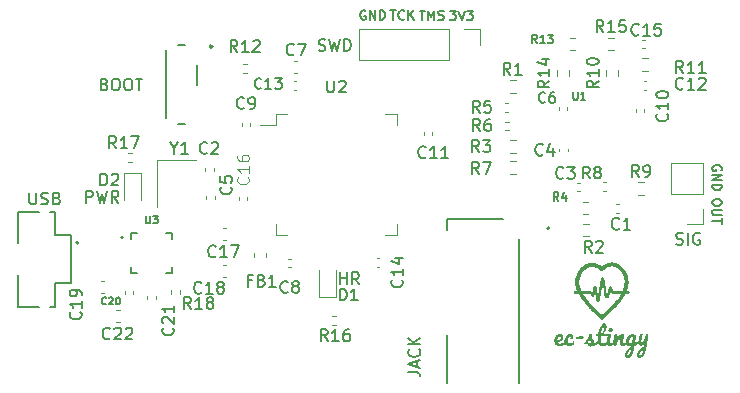
<source format=gbr>
%TF.GenerationSoftware,KiCad,Pcbnew,(6.0.9)*%
%TF.CreationDate,2023-07-19T12:20:02-07:00*%
%TF.ProjectId,pcb,7063622e-6b69-4636-9164-5f7063625858,0.1*%
%TF.SameCoordinates,Original*%
%TF.FileFunction,Legend,Top*%
%TF.FilePolarity,Positive*%
%FSLAX46Y46*%
G04 Gerber Fmt 4.6, Leading zero omitted, Abs format (unit mm)*
G04 Created by KiCad (PCBNEW (6.0.9)) date 2023-07-19 12:20:02*
%MOMM*%
%LPD*%
G01*
G04 APERTURE LIST*
%ADD10C,0.150000*%
%ADD11C,0.125000*%
%ADD12C,0.120000*%
%ADD13C,0.127000*%
%ADD14C,0.200000*%
%ADD15C,0.250000*%
G04 APERTURE END LIST*
D10*
X79222380Y-52045714D02*
X79936666Y-52045714D01*
X80079523Y-52093333D01*
X80174761Y-52188571D01*
X80222380Y-52331428D01*
X80222380Y-52426666D01*
X79936666Y-51617142D02*
X79936666Y-51140952D01*
X80222380Y-51712380D02*
X79222380Y-51379047D01*
X80222380Y-51045714D01*
X80127142Y-50140952D02*
X80174761Y-50188571D01*
X80222380Y-50331428D01*
X80222380Y-50426666D01*
X80174761Y-50569523D01*
X80079523Y-50664761D01*
X79984285Y-50712380D01*
X79793809Y-50760000D01*
X79650952Y-50760000D01*
X79460476Y-50712380D01*
X79365238Y-50664761D01*
X79270000Y-50569523D01*
X79222380Y-50426666D01*
X79222380Y-50331428D01*
X79270000Y-50188571D01*
X79317619Y-50140952D01*
X80222380Y-49712380D02*
X79222380Y-49712380D01*
X80222380Y-49140952D02*
X79650952Y-49569523D01*
X79222380Y-49140952D02*
X79793809Y-49712380D01*
X77701428Y-21421904D02*
X78158571Y-21421904D01*
X77930000Y-22221904D02*
X77930000Y-21421904D01*
X78882380Y-22145714D02*
X78844285Y-22183809D01*
X78730000Y-22221904D01*
X78653809Y-22221904D01*
X78539523Y-22183809D01*
X78463333Y-22107619D01*
X78425238Y-22031428D01*
X78387142Y-21879047D01*
X78387142Y-21764761D01*
X78425238Y-21612380D01*
X78463333Y-21536190D01*
X78539523Y-21460000D01*
X78653809Y-21421904D01*
X78730000Y-21421904D01*
X78844285Y-21460000D01*
X78882380Y-21498095D01*
X79225238Y-22221904D02*
X79225238Y-21421904D01*
X79682380Y-22221904D02*
X79339523Y-21764761D01*
X79682380Y-21421904D02*
X79225238Y-21879047D01*
X73414285Y-44622380D02*
X73414285Y-43622380D01*
X73414285Y-44098571D02*
X73985714Y-44098571D01*
X73985714Y-44622380D02*
X73985714Y-43622380D01*
X75033333Y-44622380D02*
X74700000Y-44146190D01*
X74461904Y-44622380D02*
X74461904Y-43622380D01*
X74842857Y-43622380D01*
X74938095Y-43670000D01*
X74985714Y-43717619D01*
X75033333Y-43812857D01*
X75033333Y-43955714D01*
X74985714Y-44050952D01*
X74938095Y-44098571D01*
X74842857Y-44146190D01*
X74461904Y-44146190D01*
X71632857Y-24814761D02*
X71775714Y-24862380D01*
X72013809Y-24862380D01*
X72109047Y-24814761D01*
X72156666Y-24767142D01*
X72204285Y-24671904D01*
X72204285Y-24576666D01*
X72156666Y-24481428D01*
X72109047Y-24433809D01*
X72013809Y-24386190D01*
X71823333Y-24338571D01*
X71728095Y-24290952D01*
X71680476Y-24243333D01*
X71632857Y-24148095D01*
X71632857Y-24052857D01*
X71680476Y-23957619D01*
X71728095Y-23910000D01*
X71823333Y-23862380D01*
X72061428Y-23862380D01*
X72204285Y-23910000D01*
X72537619Y-23862380D02*
X72775714Y-24862380D01*
X72966190Y-24148095D01*
X73156666Y-24862380D01*
X73394761Y-23862380D01*
X73775714Y-24862380D02*
X73775714Y-23862380D01*
X74013809Y-23862380D01*
X74156666Y-23910000D01*
X74251904Y-24005238D01*
X74299523Y-24100476D01*
X74347142Y-24290952D01*
X74347142Y-24433809D01*
X74299523Y-24624285D01*
X74251904Y-24719523D01*
X74156666Y-24814761D01*
X74013809Y-24862380D01*
X73775714Y-24862380D01*
X101886190Y-41224761D02*
X102029047Y-41272380D01*
X102267142Y-41272380D01*
X102362380Y-41224761D01*
X102410000Y-41177142D01*
X102457619Y-41081904D01*
X102457619Y-40986666D01*
X102410000Y-40891428D01*
X102362380Y-40843809D01*
X102267142Y-40796190D01*
X102076666Y-40748571D01*
X101981428Y-40700952D01*
X101933809Y-40653333D01*
X101886190Y-40558095D01*
X101886190Y-40462857D01*
X101933809Y-40367619D01*
X101981428Y-40320000D01*
X102076666Y-40272380D01*
X102314761Y-40272380D01*
X102457619Y-40320000D01*
X102886190Y-41272380D02*
X102886190Y-40272380D01*
X103886190Y-40320000D02*
X103790952Y-40272380D01*
X103648095Y-40272380D01*
X103505238Y-40320000D01*
X103410000Y-40415238D01*
X103362380Y-40510476D01*
X103314761Y-40700952D01*
X103314761Y-40843809D01*
X103362380Y-41034285D01*
X103410000Y-41129523D01*
X103505238Y-41224761D01*
X103648095Y-41272380D01*
X103743333Y-41272380D01*
X103886190Y-41224761D01*
X103933809Y-41177142D01*
X103933809Y-40843809D01*
X103743333Y-40843809D01*
X53502857Y-27678571D02*
X53645714Y-27726190D01*
X53693333Y-27773809D01*
X53740952Y-27869047D01*
X53740952Y-28011904D01*
X53693333Y-28107142D01*
X53645714Y-28154761D01*
X53550476Y-28202380D01*
X53169523Y-28202380D01*
X53169523Y-27202380D01*
X53502857Y-27202380D01*
X53598095Y-27250000D01*
X53645714Y-27297619D01*
X53693333Y-27392857D01*
X53693333Y-27488095D01*
X53645714Y-27583333D01*
X53598095Y-27630952D01*
X53502857Y-27678571D01*
X53169523Y-27678571D01*
X54360000Y-27202380D02*
X54550476Y-27202380D01*
X54645714Y-27250000D01*
X54740952Y-27345238D01*
X54788571Y-27535714D01*
X54788571Y-27869047D01*
X54740952Y-28059523D01*
X54645714Y-28154761D01*
X54550476Y-28202380D01*
X54360000Y-28202380D01*
X54264761Y-28154761D01*
X54169523Y-28059523D01*
X54121904Y-27869047D01*
X54121904Y-27535714D01*
X54169523Y-27345238D01*
X54264761Y-27250000D01*
X54360000Y-27202380D01*
X55407619Y-27202380D02*
X55598095Y-27202380D01*
X55693333Y-27250000D01*
X55788571Y-27345238D01*
X55836190Y-27535714D01*
X55836190Y-27869047D01*
X55788571Y-28059523D01*
X55693333Y-28154761D01*
X55598095Y-28202380D01*
X55407619Y-28202380D01*
X55312380Y-28154761D01*
X55217142Y-28059523D01*
X55169523Y-27869047D01*
X55169523Y-27535714D01*
X55217142Y-27345238D01*
X55312380Y-27250000D01*
X55407619Y-27202380D01*
X56121904Y-27202380D02*
X56693333Y-27202380D01*
X56407619Y-28202380D02*
X56407619Y-27202380D01*
X75590476Y-21460000D02*
X75514285Y-21421904D01*
X75400000Y-21421904D01*
X75285714Y-21460000D01*
X75209523Y-21536190D01*
X75171428Y-21612380D01*
X75133333Y-21764761D01*
X75133333Y-21879047D01*
X75171428Y-22031428D01*
X75209523Y-22107619D01*
X75285714Y-22183809D01*
X75400000Y-22221904D01*
X75476190Y-22221904D01*
X75590476Y-22183809D01*
X75628571Y-22145714D01*
X75628571Y-21879047D01*
X75476190Y-21879047D01*
X75971428Y-22221904D02*
X75971428Y-21421904D01*
X76428571Y-22221904D01*
X76428571Y-21421904D01*
X76809523Y-22221904D02*
X76809523Y-21421904D01*
X77000000Y-21421904D01*
X77114285Y-21460000D01*
X77190476Y-21536190D01*
X77228571Y-21612380D01*
X77266666Y-21764761D01*
X77266666Y-21879047D01*
X77228571Y-22031428D01*
X77190476Y-22107619D01*
X77114285Y-22183809D01*
X77000000Y-22221904D01*
X76809523Y-22221904D01*
X105720000Y-34980476D02*
X105758095Y-34904285D01*
X105758095Y-34790000D01*
X105720000Y-34675714D01*
X105643809Y-34599523D01*
X105567619Y-34561428D01*
X105415238Y-34523333D01*
X105300952Y-34523333D01*
X105148571Y-34561428D01*
X105072380Y-34599523D01*
X104996190Y-34675714D01*
X104958095Y-34790000D01*
X104958095Y-34866190D01*
X104996190Y-34980476D01*
X105034285Y-35018571D01*
X105300952Y-35018571D01*
X105300952Y-34866190D01*
X104958095Y-35361428D02*
X105758095Y-35361428D01*
X104958095Y-35818571D01*
X105758095Y-35818571D01*
X104958095Y-36199523D02*
X105758095Y-36199523D01*
X105758095Y-36390000D01*
X105720000Y-36504285D01*
X105643809Y-36580476D01*
X105567619Y-36618571D01*
X105415238Y-36656666D01*
X105300952Y-36656666D01*
X105148571Y-36618571D01*
X105072380Y-36580476D01*
X104996190Y-36504285D01*
X104958095Y-36390000D01*
X104958095Y-36199523D01*
X105758095Y-37610000D02*
X105758095Y-37762380D01*
X105720000Y-37838571D01*
X105643809Y-37914761D01*
X105491428Y-37952857D01*
X105224761Y-37952857D01*
X105072380Y-37914761D01*
X104996190Y-37838571D01*
X104958095Y-37762380D01*
X104958095Y-37610000D01*
X104996190Y-37533809D01*
X105072380Y-37457619D01*
X105224761Y-37419523D01*
X105491428Y-37419523D01*
X105643809Y-37457619D01*
X105720000Y-37533809D01*
X105758095Y-37610000D01*
X105758095Y-38295714D02*
X105110476Y-38295714D01*
X105034285Y-38333809D01*
X104996190Y-38371904D01*
X104958095Y-38448095D01*
X104958095Y-38600476D01*
X104996190Y-38676666D01*
X105034285Y-38714761D01*
X105110476Y-38752857D01*
X105758095Y-38752857D01*
X105758095Y-39019523D02*
X105758095Y-39476666D01*
X104958095Y-39248095D02*
X105758095Y-39248095D01*
X80173333Y-21441904D02*
X80630476Y-21441904D01*
X80401904Y-22241904D02*
X80401904Y-21441904D01*
X80897142Y-22241904D02*
X80897142Y-21441904D01*
X81163809Y-22013333D01*
X81430476Y-21441904D01*
X81430476Y-22241904D01*
X81773333Y-22203809D02*
X81887619Y-22241904D01*
X82078095Y-22241904D01*
X82154285Y-22203809D01*
X82192380Y-22165714D01*
X82230476Y-22089523D01*
X82230476Y-22013333D01*
X82192380Y-21937142D01*
X82154285Y-21899047D01*
X82078095Y-21860952D01*
X81925714Y-21822857D01*
X81849523Y-21784761D01*
X81811428Y-21746666D01*
X81773333Y-21670476D01*
X81773333Y-21594285D01*
X81811428Y-21518095D01*
X81849523Y-21480000D01*
X81925714Y-21441904D01*
X82116190Y-21441904D01*
X82230476Y-21480000D01*
X47138095Y-36862380D02*
X47138095Y-37671904D01*
X47185714Y-37767142D01*
X47233333Y-37814761D01*
X47328571Y-37862380D01*
X47519047Y-37862380D01*
X47614285Y-37814761D01*
X47661904Y-37767142D01*
X47709523Y-37671904D01*
X47709523Y-36862380D01*
X48138095Y-37814761D02*
X48280952Y-37862380D01*
X48519047Y-37862380D01*
X48614285Y-37814761D01*
X48661904Y-37767142D01*
X48709523Y-37671904D01*
X48709523Y-37576666D01*
X48661904Y-37481428D01*
X48614285Y-37433809D01*
X48519047Y-37386190D01*
X48328571Y-37338571D01*
X48233333Y-37290952D01*
X48185714Y-37243333D01*
X48138095Y-37148095D01*
X48138095Y-37052857D01*
X48185714Y-36957619D01*
X48233333Y-36910000D01*
X48328571Y-36862380D01*
X48566666Y-36862380D01*
X48709523Y-36910000D01*
X49471428Y-37338571D02*
X49614285Y-37386190D01*
X49661904Y-37433809D01*
X49709523Y-37529047D01*
X49709523Y-37671904D01*
X49661904Y-37767142D01*
X49614285Y-37814761D01*
X49519047Y-37862380D01*
X49138095Y-37862380D01*
X49138095Y-36862380D01*
X49471428Y-36862380D01*
X49566666Y-36910000D01*
X49614285Y-36957619D01*
X49661904Y-37052857D01*
X49661904Y-37148095D01*
X49614285Y-37243333D01*
X49566666Y-37290952D01*
X49471428Y-37338571D01*
X49138095Y-37338571D01*
X82739523Y-21441904D02*
X83234761Y-21441904D01*
X82968095Y-21746666D01*
X83082380Y-21746666D01*
X83158571Y-21784761D01*
X83196666Y-21822857D01*
X83234761Y-21899047D01*
X83234761Y-22089523D01*
X83196666Y-22165714D01*
X83158571Y-22203809D01*
X83082380Y-22241904D01*
X82853809Y-22241904D01*
X82777619Y-22203809D01*
X82739523Y-22165714D01*
X83463333Y-21441904D02*
X83730000Y-22241904D01*
X83996666Y-21441904D01*
X84187142Y-21441904D02*
X84682380Y-21441904D01*
X84415714Y-21746666D01*
X84530000Y-21746666D01*
X84606190Y-21784761D01*
X84644285Y-21822857D01*
X84682380Y-21899047D01*
X84682380Y-22089523D01*
X84644285Y-22165714D01*
X84606190Y-22203809D01*
X84530000Y-22241904D01*
X84301428Y-22241904D01*
X84225238Y-22203809D01*
X84187142Y-22165714D01*
X51946666Y-37712380D02*
X51946666Y-36712380D01*
X52327619Y-36712380D01*
X52422857Y-36760000D01*
X52470476Y-36807619D01*
X52518095Y-36902857D01*
X52518095Y-37045714D01*
X52470476Y-37140952D01*
X52422857Y-37188571D01*
X52327619Y-37236190D01*
X51946666Y-37236190D01*
X52851428Y-36712380D02*
X53089523Y-37712380D01*
X53280000Y-36998095D01*
X53470476Y-37712380D01*
X53708571Y-36712380D01*
X54660952Y-37712380D02*
X54327619Y-37236190D01*
X54089523Y-37712380D02*
X54089523Y-36712380D01*
X54470476Y-36712380D01*
X54565714Y-36760000D01*
X54613333Y-36807619D01*
X54660952Y-36902857D01*
X54660952Y-37045714D01*
X54613333Y-37140952D01*
X54565714Y-37188571D01*
X54470476Y-37236190D01*
X54089523Y-37236190D01*
%TO.C,C10*%
X101117142Y-30192857D02*
X101164761Y-30240476D01*
X101212380Y-30383333D01*
X101212380Y-30478571D01*
X101164761Y-30621428D01*
X101069523Y-30716666D01*
X100974285Y-30764285D01*
X100783809Y-30811904D01*
X100640952Y-30811904D01*
X100450476Y-30764285D01*
X100355238Y-30716666D01*
X100260000Y-30621428D01*
X100212380Y-30478571D01*
X100212380Y-30383333D01*
X100260000Y-30240476D01*
X100307619Y-30192857D01*
X101212380Y-29240476D02*
X101212380Y-29811904D01*
X101212380Y-29526190D02*
X100212380Y-29526190D01*
X100355238Y-29621428D01*
X100450476Y-29716666D01*
X100498095Y-29811904D01*
X100212380Y-28621428D02*
X100212380Y-28526190D01*
X100260000Y-28430952D01*
X100307619Y-28383333D01*
X100402857Y-28335714D01*
X100593333Y-28288095D01*
X100831428Y-28288095D01*
X101021904Y-28335714D01*
X101117142Y-28383333D01*
X101164761Y-28430952D01*
X101212380Y-28526190D01*
X101212380Y-28621428D01*
X101164761Y-28716666D01*
X101117142Y-28764285D01*
X101021904Y-28811904D01*
X100831428Y-28859523D01*
X100593333Y-28859523D01*
X100402857Y-28811904D01*
X100307619Y-28764285D01*
X100260000Y-28716666D01*
X100212380Y-28621428D01*
%TO.C,U1*%
X93192380Y-28369523D02*
X93192380Y-28887619D01*
X93222857Y-28948571D01*
X93253333Y-28979047D01*
X93314285Y-29009523D01*
X93436190Y-29009523D01*
X93497142Y-28979047D01*
X93527619Y-28948571D01*
X93558095Y-28887619D01*
X93558095Y-28369523D01*
X94198095Y-29009523D02*
X93832380Y-29009523D01*
X94015238Y-29009523D02*
X94015238Y-28369523D01*
X93954285Y-28460952D01*
X93893333Y-28521904D01*
X93832380Y-28552380D01*
%TO.C,R15*%
X95737142Y-23252380D02*
X95403809Y-22776190D01*
X95165714Y-23252380D02*
X95165714Y-22252380D01*
X95546666Y-22252380D01*
X95641904Y-22300000D01*
X95689523Y-22347619D01*
X95737142Y-22442857D01*
X95737142Y-22585714D01*
X95689523Y-22680952D01*
X95641904Y-22728571D01*
X95546666Y-22776190D01*
X95165714Y-22776190D01*
X96689523Y-23252380D02*
X96118095Y-23252380D01*
X96403809Y-23252380D02*
X96403809Y-22252380D01*
X96308571Y-22395238D01*
X96213333Y-22490476D01*
X96118095Y-22538095D01*
X97594285Y-22252380D02*
X97118095Y-22252380D01*
X97070476Y-22728571D01*
X97118095Y-22680952D01*
X97213333Y-22633333D01*
X97451428Y-22633333D01*
X97546666Y-22680952D01*
X97594285Y-22728571D01*
X97641904Y-22823809D01*
X97641904Y-23061904D01*
X97594285Y-23157142D01*
X97546666Y-23204761D01*
X97451428Y-23252380D01*
X97213333Y-23252380D01*
X97118095Y-23204761D01*
X97070476Y-23157142D01*
%TO.C,FB1*%
X65956666Y-44288571D02*
X65623333Y-44288571D01*
X65623333Y-44812380D02*
X65623333Y-43812380D01*
X66099523Y-43812380D01*
X66813809Y-44288571D02*
X66956666Y-44336190D01*
X67004285Y-44383809D01*
X67051904Y-44479047D01*
X67051904Y-44621904D01*
X67004285Y-44717142D01*
X66956666Y-44764761D01*
X66861428Y-44812380D01*
X66480476Y-44812380D01*
X66480476Y-43812380D01*
X66813809Y-43812380D01*
X66909047Y-43860000D01*
X66956666Y-43907619D01*
X67004285Y-44002857D01*
X67004285Y-44098095D01*
X66956666Y-44193333D01*
X66909047Y-44240952D01*
X66813809Y-44288571D01*
X66480476Y-44288571D01*
X68004285Y-44812380D02*
X67432857Y-44812380D01*
X67718571Y-44812380D02*
X67718571Y-43812380D01*
X67623333Y-43955238D01*
X67528095Y-44050476D01*
X67432857Y-44098095D01*
%TO.C,R11*%
X102477142Y-26732380D02*
X102143809Y-26256190D01*
X101905714Y-26732380D02*
X101905714Y-25732380D01*
X102286666Y-25732380D01*
X102381904Y-25780000D01*
X102429523Y-25827619D01*
X102477142Y-25922857D01*
X102477142Y-26065714D01*
X102429523Y-26160952D01*
X102381904Y-26208571D01*
X102286666Y-26256190D01*
X101905714Y-26256190D01*
X103429523Y-26732380D02*
X102858095Y-26732380D01*
X103143809Y-26732380D02*
X103143809Y-25732380D01*
X103048571Y-25875238D01*
X102953333Y-25970476D01*
X102858095Y-26018095D01*
X104381904Y-26732380D02*
X103810476Y-26732380D01*
X104096190Y-26732380D02*
X104096190Y-25732380D01*
X104000952Y-25875238D01*
X103905714Y-25970476D01*
X103810476Y-26018095D01*
%TO.C,C1*%
X97073333Y-39897142D02*
X97025714Y-39944761D01*
X96882857Y-39992380D01*
X96787619Y-39992380D01*
X96644761Y-39944761D01*
X96549523Y-39849523D01*
X96501904Y-39754285D01*
X96454285Y-39563809D01*
X96454285Y-39420952D01*
X96501904Y-39230476D01*
X96549523Y-39135238D01*
X96644761Y-39040000D01*
X96787619Y-38992380D01*
X96882857Y-38992380D01*
X97025714Y-39040000D01*
X97073333Y-39087619D01*
X98025714Y-39992380D02*
X97454285Y-39992380D01*
X97740000Y-39992380D02*
X97740000Y-38992380D01*
X97644761Y-39135238D01*
X97549523Y-39230476D01*
X97454285Y-39278095D01*
%TO.C,R3*%
X85203333Y-33422380D02*
X84870000Y-32946190D01*
X84631904Y-33422380D02*
X84631904Y-32422380D01*
X85012857Y-32422380D01*
X85108095Y-32470000D01*
X85155714Y-32517619D01*
X85203333Y-32612857D01*
X85203333Y-32755714D01*
X85155714Y-32850952D01*
X85108095Y-32898571D01*
X85012857Y-32946190D01*
X84631904Y-32946190D01*
X85536666Y-32422380D02*
X86155714Y-32422380D01*
X85822380Y-32803333D01*
X85965238Y-32803333D01*
X86060476Y-32850952D01*
X86108095Y-32898571D01*
X86155714Y-32993809D01*
X86155714Y-33231904D01*
X86108095Y-33327142D01*
X86060476Y-33374761D01*
X85965238Y-33422380D01*
X85679523Y-33422380D01*
X85584285Y-33374761D01*
X85536666Y-33327142D01*
%TO.C,C5*%
X64187142Y-36386666D02*
X64234761Y-36434285D01*
X64282380Y-36577142D01*
X64282380Y-36672380D01*
X64234761Y-36815238D01*
X64139523Y-36910476D01*
X64044285Y-36958095D01*
X63853809Y-37005714D01*
X63710952Y-37005714D01*
X63520476Y-36958095D01*
X63425238Y-36910476D01*
X63330000Y-36815238D01*
X63282380Y-36672380D01*
X63282380Y-36577142D01*
X63330000Y-36434285D01*
X63377619Y-36386666D01*
X63282380Y-35481904D02*
X63282380Y-35958095D01*
X63758571Y-36005714D01*
X63710952Y-35958095D01*
X63663333Y-35862857D01*
X63663333Y-35624761D01*
X63710952Y-35529523D01*
X63758571Y-35481904D01*
X63853809Y-35434285D01*
X64091904Y-35434285D01*
X64187142Y-35481904D01*
X64234761Y-35529523D01*
X64282380Y-35624761D01*
X64282380Y-35862857D01*
X64234761Y-35958095D01*
X64187142Y-36005714D01*
%TO.C,D1*%
X73421904Y-45982380D02*
X73421904Y-44982380D01*
X73660000Y-44982380D01*
X73802857Y-45030000D01*
X73898095Y-45125238D01*
X73945714Y-45220476D01*
X73993333Y-45410952D01*
X73993333Y-45553809D01*
X73945714Y-45744285D01*
X73898095Y-45839523D01*
X73802857Y-45934761D01*
X73660000Y-45982380D01*
X73421904Y-45982380D01*
X74945714Y-45982380D02*
X74374285Y-45982380D01*
X74660000Y-45982380D02*
X74660000Y-44982380D01*
X74564761Y-45125238D01*
X74469523Y-45220476D01*
X74374285Y-45268095D01*
%TO.C,C19*%
X51457142Y-46972857D02*
X51504761Y-47020476D01*
X51552380Y-47163333D01*
X51552380Y-47258571D01*
X51504761Y-47401428D01*
X51409523Y-47496666D01*
X51314285Y-47544285D01*
X51123809Y-47591904D01*
X50980952Y-47591904D01*
X50790476Y-47544285D01*
X50695238Y-47496666D01*
X50600000Y-47401428D01*
X50552380Y-47258571D01*
X50552380Y-47163333D01*
X50600000Y-47020476D01*
X50647619Y-46972857D01*
X51552380Y-46020476D02*
X51552380Y-46591904D01*
X51552380Y-46306190D02*
X50552380Y-46306190D01*
X50695238Y-46401428D01*
X50790476Y-46496666D01*
X50838095Y-46591904D01*
X51552380Y-45544285D02*
X51552380Y-45353809D01*
X51504761Y-45258571D01*
X51457142Y-45210952D01*
X51314285Y-45115714D01*
X51123809Y-45068095D01*
X50742857Y-45068095D01*
X50647619Y-45115714D01*
X50600000Y-45163333D01*
X50552380Y-45258571D01*
X50552380Y-45449047D01*
X50600000Y-45544285D01*
X50647619Y-45591904D01*
X50742857Y-45639523D01*
X50980952Y-45639523D01*
X51076190Y-45591904D01*
X51123809Y-45544285D01*
X51171428Y-45449047D01*
X51171428Y-45258571D01*
X51123809Y-45163333D01*
X51076190Y-45115714D01*
X50980952Y-45068095D01*
%TO.C,R14*%
X91172380Y-27387857D02*
X90696190Y-27721190D01*
X91172380Y-27959285D02*
X90172380Y-27959285D01*
X90172380Y-27578333D01*
X90220000Y-27483095D01*
X90267619Y-27435476D01*
X90362857Y-27387857D01*
X90505714Y-27387857D01*
X90600952Y-27435476D01*
X90648571Y-27483095D01*
X90696190Y-27578333D01*
X90696190Y-27959285D01*
X91172380Y-26435476D02*
X91172380Y-27006904D01*
X91172380Y-26721190D02*
X90172380Y-26721190D01*
X90315238Y-26816428D01*
X90410476Y-26911666D01*
X90458095Y-27006904D01*
X90505714Y-25578333D02*
X91172380Y-25578333D01*
X90124761Y-25816428D02*
X90839047Y-26054523D01*
X90839047Y-25435476D01*
%TO.C,C14*%
X78667142Y-44242857D02*
X78714761Y-44290476D01*
X78762380Y-44433333D01*
X78762380Y-44528571D01*
X78714761Y-44671428D01*
X78619523Y-44766666D01*
X78524285Y-44814285D01*
X78333809Y-44861904D01*
X78190952Y-44861904D01*
X78000476Y-44814285D01*
X77905238Y-44766666D01*
X77810000Y-44671428D01*
X77762380Y-44528571D01*
X77762380Y-44433333D01*
X77810000Y-44290476D01*
X77857619Y-44242857D01*
X78762380Y-43290476D02*
X78762380Y-43861904D01*
X78762380Y-43576190D02*
X77762380Y-43576190D01*
X77905238Y-43671428D01*
X78000476Y-43766666D01*
X78048095Y-43861904D01*
X78095714Y-42433333D02*
X78762380Y-42433333D01*
X77714761Y-42671428D02*
X78429047Y-42909523D01*
X78429047Y-42290476D01*
D11*
%TO.C,C16*%
X65637142Y-35552857D02*
X65684761Y-35600476D01*
X65732380Y-35743333D01*
X65732380Y-35838571D01*
X65684761Y-35981428D01*
X65589523Y-36076666D01*
X65494285Y-36124285D01*
X65303809Y-36171904D01*
X65160952Y-36171904D01*
X64970476Y-36124285D01*
X64875238Y-36076666D01*
X64780000Y-35981428D01*
X64732380Y-35838571D01*
X64732380Y-35743333D01*
X64780000Y-35600476D01*
X64827619Y-35552857D01*
X65732380Y-34600476D02*
X65732380Y-35171904D01*
X65732380Y-34886190D02*
X64732380Y-34886190D01*
X64875238Y-34981428D01*
X64970476Y-35076666D01*
X65018095Y-35171904D01*
X64732380Y-33743333D02*
X64732380Y-33933809D01*
X64780000Y-34029047D01*
X64827619Y-34076666D01*
X64970476Y-34171904D01*
X65160952Y-34219523D01*
X65541904Y-34219523D01*
X65637142Y-34171904D01*
X65684761Y-34124285D01*
X65732380Y-34029047D01*
X65732380Y-33838571D01*
X65684761Y-33743333D01*
X65637142Y-33695714D01*
X65541904Y-33648095D01*
X65303809Y-33648095D01*
X65208571Y-33695714D01*
X65160952Y-33743333D01*
X65113333Y-33838571D01*
X65113333Y-34029047D01*
X65160952Y-34124285D01*
X65208571Y-34171904D01*
X65303809Y-34219523D01*
D10*
%TO.C,C12*%
X102477142Y-28037142D02*
X102429523Y-28084761D01*
X102286666Y-28132380D01*
X102191428Y-28132380D01*
X102048571Y-28084761D01*
X101953333Y-27989523D01*
X101905714Y-27894285D01*
X101858095Y-27703809D01*
X101858095Y-27560952D01*
X101905714Y-27370476D01*
X101953333Y-27275238D01*
X102048571Y-27180000D01*
X102191428Y-27132380D01*
X102286666Y-27132380D01*
X102429523Y-27180000D01*
X102477142Y-27227619D01*
X103429523Y-28132380D02*
X102858095Y-28132380D01*
X103143809Y-28132380D02*
X103143809Y-27132380D01*
X103048571Y-27275238D01*
X102953333Y-27370476D01*
X102858095Y-27418095D01*
X103810476Y-27227619D02*
X103858095Y-27180000D01*
X103953333Y-27132380D01*
X104191428Y-27132380D01*
X104286666Y-27180000D01*
X104334285Y-27227619D01*
X104381904Y-27322857D01*
X104381904Y-27418095D01*
X104334285Y-27560952D01*
X103762857Y-28132380D01*
X104381904Y-28132380D01*
%TO.C,C6*%
X90820000Y-29171428D02*
X90777142Y-29214285D01*
X90648571Y-29257142D01*
X90562857Y-29257142D01*
X90434285Y-29214285D01*
X90348571Y-29128571D01*
X90305714Y-29042857D01*
X90262857Y-28871428D01*
X90262857Y-28742857D01*
X90305714Y-28571428D01*
X90348571Y-28485714D01*
X90434285Y-28400000D01*
X90562857Y-28357142D01*
X90648571Y-28357142D01*
X90777142Y-28400000D01*
X90820000Y-28442857D01*
X91591428Y-28357142D02*
X91420000Y-28357142D01*
X91334285Y-28400000D01*
X91291428Y-28442857D01*
X91205714Y-28571428D01*
X91162857Y-28742857D01*
X91162857Y-29085714D01*
X91205714Y-29171428D01*
X91248571Y-29214285D01*
X91334285Y-29257142D01*
X91505714Y-29257142D01*
X91591428Y-29214285D01*
X91634285Y-29171428D01*
X91677142Y-29085714D01*
X91677142Y-28871428D01*
X91634285Y-28785714D01*
X91591428Y-28742857D01*
X91505714Y-28700000D01*
X91334285Y-28700000D01*
X91248571Y-28742857D01*
X91205714Y-28785714D01*
X91162857Y-28871428D01*
%TO.C,R1*%
X87853333Y-26872380D02*
X87520000Y-26396190D01*
X87281904Y-26872380D02*
X87281904Y-25872380D01*
X87662857Y-25872380D01*
X87758095Y-25920000D01*
X87805714Y-25967619D01*
X87853333Y-26062857D01*
X87853333Y-26205714D01*
X87805714Y-26300952D01*
X87758095Y-26348571D01*
X87662857Y-26396190D01*
X87281904Y-26396190D01*
X88805714Y-26872380D02*
X88234285Y-26872380D01*
X88520000Y-26872380D02*
X88520000Y-25872380D01*
X88424761Y-26015238D01*
X88329523Y-26110476D01*
X88234285Y-26158095D01*
%TO.C,C7*%
X69528333Y-25147142D02*
X69480714Y-25194761D01*
X69337857Y-25242380D01*
X69242619Y-25242380D01*
X69099761Y-25194761D01*
X69004523Y-25099523D01*
X68956904Y-25004285D01*
X68909285Y-24813809D01*
X68909285Y-24670952D01*
X68956904Y-24480476D01*
X69004523Y-24385238D01*
X69099761Y-24290000D01*
X69242619Y-24242380D01*
X69337857Y-24242380D01*
X69480714Y-24290000D01*
X69528333Y-24337619D01*
X69861666Y-24242380D02*
X70528333Y-24242380D01*
X70099761Y-25242380D01*
%TO.C,R13*%
X90120000Y-24206666D02*
X89886666Y-23873333D01*
X89720000Y-24206666D02*
X89720000Y-23506666D01*
X89986666Y-23506666D01*
X90053333Y-23540000D01*
X90086666Y-23573333D01*
X90120000Y-23640000D01*
X90120000Y-23740000D01*
X90086666Y-23806666D01*
X90053333Y-23840000D01*
X89986666Y-23873333D01*
X89720000Y-23873333D01*
X90786666Y-24206666D02*
X90386666Y-24206666D01*
X90586666Y-24206666D02*
X90586666Y-23506666D01*
X90520000Y-23606666D01*
X90453333Y-23673333D01*
X90386666Y-23706666D01*
X91020000Y-23506666D02*
X91453333Y-23506666D01*
X91220000Y-23773333D01*
X91320000Y-23773333D01*
X91386666Y-23806666D01*
X91420000Y-23840000D01*
X91453333Y-23906666D01*
X91453333Y-24073333D01*
X91420000Y-24140000D01*
X91386666Y-24173333D01*
X91320000Y-24206666D01*
X91120000Y-24206666D01*
X91053333Y-24173333D01*
X91020000Y-24140000D01*
%TO.C,R7*%
X85203333Y-35272380D02*
X84870000Y-34796190D01*
X84631904Y-35272380D02*
X84631904Y-34272380D01*
X85012857Y-34272380D01*
X85108095Y-34320000D01*
X85155714Y-34367619D01*
X85203333Y-34462857D01*
X85203333Y-34605714D01*
X85155714Y-34700952D01*
X85108095Y-34748571D01*
X85012857Y-34796190D01*
X84631904Y-34796190D01*
X85536666Y-34272380D02*
X86203333Y-34272380D01*
X85774761Y-35272380D01*
%TO.C,C3*%
X92343333Y-35587142D02*
X92295714Y-35634761D01*
X92152857Y-35682380D01*
X92057619Y-35682380D01*
X91914761Y-35634761D01*
X91819523Y-35539523D01*
X91771904Y-35444285D01*
X91724285Y-35253809D01*
X91724285Y-35110952D01*
X91771904Y-34920476D01*
X91819523Y-34825238D01*
X91914761Y-34730000D01*
X92057619Y-34682380D01*
X92152857Y-34682380D01*
X92295714Y-34730000D01*
X92343333Y-34777619D01*
X92676666Y-34682380D02*
X93295714Y-34682380D01*
X92962380Y-35063333D01*
X93105238Y-35063333D01*
X93200476Y-35110952D01*
X93248095Y-35158571D01*
X93295714Y-35253809D01*
X93295714Y-35491904D01*
X93248095Y-35587142D01*
X93200476Y-35634761D01*
X93105238Y-35682380D01*
X92819523Y-35682380D01*
X92724285Y-35634761D01*
X92676666Y-35587142D01*
%TO.C,C9*%
X65303333Y-29677142D02*
X65255714Y-29724761D01*
X65112857Y-29772380D01*
X65017619Y-29772380D01*
X64874761Y-29724761D01*
X64779523Y-29629523D01*
X64731904Y-29534285D01*
X64684285Y-29343809D01*
X64684285Y-29200952D01*
X64731904Y-29010476D01*
X64779523Y-28915238D01*
X64874761Y-28820000D01*
X65017619Y-28772380D01*
X65112857Y-28772380D01*
X65255714Y-28820000D01*
X65303333Y-28867619D01*
X65779523Y-29772380D02*
X65970000Y-29772380D01*
X66065238Y-29724761D01*
X66112857Y-29677142D01*
X66208095Y-29534285D01*
X66255714Y-29343809D01*
X66255714Y-28962857D01*
X66208095Y-28867619D01*
X66160476Y-28820000D01*
X66065238Y-28772380D01*
X65874761Y-28772380D01*
X65779523Y-28820000D01*
X65731904Y-28867619D01*
X65684285Y-28962857D01*
X65684285Y-29200952D01*
X65731904Y-29296190D01*
X65779523Y-29343809D01*
X65874761Y-29391428D01*
X66065238Y-29391428D01*
X66160476Y-29343809D01*
X66208095Y-29296190D01*
X66255714Y-29200952D01*
%TO.C,C15*%
X98727142Y-23467142D02*
X98679523Y-23514761D01*
X98536666Y-23562380D01*
X98441428Y-23562380D01*
X98298571Y-23514761D01*
X98203333Y-23419523D01*
X98155714Y-23324285D01*
X98108095Y-23133809D01*
X98108095Y-22990952D01*
X98155714Y-22800476D01*
X98203333Y-22705238D01*
X98298571Y-22610000D01*
X98441428Y-22562380D01*
X98536666Y-22562380D01*
X98679523Y-22610000D01*
X98727142Y-22657619D01*
X99679523Y-23562380D02*
X99108095Y-23562380D01*
X99393809Y-23562380D02*
X99393809Y-22562380D01*
X99298571Y-22705238D01*
X99203333Y-22800476D01*
X99108095Y-22848095D01*
X100584285Y-22562380D02*
X100108095Y-22562380D01*
X100060476Y-23038571D01*
X100108095Y-22990952D01*
X100203333Y-22943333D01*
X100441428Y-22943333D01*
X100536666Y-22990952D01*
X100584285Y-23038571D01*
X100631904Y-23133809D01*
X100631904Y-23371904D01*
X100584285Y-23467142D01*
X100536666Y-23514761D01*
X100441428Y-23562380D01*
X100203333Y-23562380D01*
X100108095Y-23514761D01*
X100060476Y-23467142D01*
%TO.C,C2*%
X62193333Y-33497142D02*
X62145714Y-33544761D01*
X62002857Y-33592380D01*
X61907619Y-33592380D01*
X61764761Y-33544761D01*
X61669523Y-33449523D01*
X61621904Y-33354285D01*
X61574285Y-33163809D01*
X61574285Y-33020952D01*
X61621904Y-32830476D01*
X61669523Y-32735238D01*
X61764761Y-32640000D01*
X61907619Y-32592380D01*
X62002857Y-32592380D01*
X62145714Y-32640000D01*
X62193333Y-32687619D01*
X62574285Y-32687619D02*
X62621904Y-32640000D01*
X62717142Y-32592380D01*
X62955238Y-32592380D01*
X63050476Y-32640000D01*
X63098095Y-32687619D01*
X63145714Y-32782857D01*
X63145714Y-32878095D01*
X63098095Y-33020952D01*
X62526666Y-33592380D01*
X63145714Y-33592380D01*
%TO.C,R12*%
X64737142Y-24952380D02*
X64403809Y-24476190D01*
X64165714Y-24952380D02*
X64165714Y-23952380D01*
X64546666Y-23952380D01*
X64641904Y-24000000D01*
X64689523Y-24047619D01*
X64737142Y-24142857D01*
X64737142Y-24285714D01*
X64689523Y-24380952D01*
X64641904Y-24428571D01*
X64546666Y-24476190D01*
X64165714Y-24476190D01*
X65689523Y-24952380D02*
X65118095Y-24952380D01*
X65403809Y-24952380D02*
X65403809Y-23952380D01*
X65308571Y-24095238D01*
X65213333Y-24190476D01*
X65118095Y-24238095D01*
X66070476Y-24047619D02*
X66118095Y-24000000D01*
X66213333Y-23952380D01*
X66451428Y-23952380D01*
X66546666Y-24000000D01*
X66594285Y-24047619D01*
X66641904Y-24142857D01*
X66641904Y-24238095D01*
X66594285Y-24380952D01*
X66022857Y-24952380D01*
X66641904Y-24952380D01*
%TO.C,C17*%
X62907142Y-42237142D02*
X62859523Y-42284761D01*
X62716666Y-42332380D01*
X62621428Y-42332380D01*
X62478571Y-42284761D01*
X62383333Y-42189523D01*
X62335714Y-42094285D01*
X62288095Y-41903809D01*
X62288095Y-41760952D01*
X62335714Y-41570476D01*
X62383333Y-41475238D01*
X62478571Y-41380000D01*
X62621428Y-41332380D01*
X62716666Y-41332380D01*
X62859523Y-41380000D01*
X62907142Y-41427619D01*
X63859523Y-42332380D02*
X63288095Y-42332380D01*
X63573809Y-42332380D02*
X63573809Y-41332380D01*
X63478571Y-41475238D01*
X63383333Y-41570476D01*
X63288095Y-41618095D01*
X64192857Y-41332380D02*
X64859523Y-41332380D01*
X64430952Y-42332380D01*
%TO.C,R6*%
X85283333Y-31632380D02*
X84950000Y-31156190D01*
X84711904Y-31632380D02*
X84711904Y-30632380D01*
X85092857Y-30632380D01*
X85188095Y-30680000D01*
X85235714Y-30727619D01*
X85283333Y-30822857D01*
X85283333Y-30965714D01*
X85235714Y-31060952D01*
X85188095Y-31108571D01*
X85092857Y-31156190D01*
X84711904Y-31156190D01*
X86140476Y-30632380D02*
X85950000Y-30632380D01*
X85854761Y-30680000D01*
X85807142Y-30727619D01*
X85711904Y-30870476D01*
X85664285Y-31060952D01*
X85664285Y-31441904D01*
X85711904Y-31537142D01*
X85759523Y-31584761D01*
X85854761Y-31632380D01*
X86045238Y-31632380D01*
X86140476Y-31584761D01*
X86188095Y-31537142D01*
X86235714Y-31441904D01*
X86235714Y-31203809D01*
X86188095Y-31108571D01*
X86140476Y-31060952D01*
X86045238Y-31013333D01*
X85854761Y-31013333D01*
X85759523Y-31060952D01*
X85711904Y-31108571D01*
X85664285Y-31203809D01*
%TO.C,R4*%
X91933333Y-37546666D02*
X91700000Y-37213333D01*
X91533333Y-37546666D02*
X91533333Y-36846666D01*
X91800000Y-36846666D01*
X91866666Y-36880000D01*
X91900000Y-36913333D01*
X91933333Y-36980000D01*
X91933333Y-37080000D01*
X91900000Y-37146666D01*
X91866666Y-37180000D01*
X91800000Y-37213333D01*
X91533333Y-37213333D01*
X92533333Y-37080000D02*
X92533333Y-37546666D01*
X92366666Y-36813333D02*
X92200000Y-37313333D01*
X92633333Y-37313333D01*
%TO.C,R5*%
X85253333Y-30092380D02*
X84920000Y-29616190D01*
X84681904Y-30092380D02*
X84681904Y-29092380D01*
X85062857Y-29092380D01*
X85158095Y-29140000D01*
X85205714Y-29187619D01*
X85253333Y-29282857D01*
X85253333Y-29425714D01*
X85205714Y-29520952D01*
X85158095Y-29568571D01*
X85062857Y-29616190D01*
X84681904Y-29616190D01*
X86158095Y-29092380D02*
X85681904Y-29092380D01*
X85634285Y-29568571D01*
X85681904Y-29520952D01*
X85777142Y-29473333D01*
X86015238Y-29473333D01*
X86110476Y-29520952D01*
X86158095Y-29568571D01*
X86205714Y-29663809D01*
X86205714Y-29901904D01*
X86158095Y-29997142D01*
X86110476Y-30044761D01*
X86015238Y-30092380D01*
X85777142Y-30092380D01*
X85681904Y-30044761D01*
X85634285Y-29997142D01*
%TO.C,R8*%
X94583333Y-35652380D02*
X94250000Y-35176190D01*
X94011904Y-35652380D02*
X94011904Y-34652380D01*
X94392857Y-34652380D01*
X94488095Y-34700000D01*
X94535714Y-34747619D01*
X94583333Y-34842857D01*
X94583333Y-34985714D01*
X94535714Y-35080952D01*
X94488095Y-35128571D01*
X94392857Y-35176190D01*
X94011904Y-35176190D01*
X95154761Y-35080952D02*
X95059523Y-35033333D01*
X95011904Y-34985714D01*
X94964285Y-34890476D01*
X94964285Y-34842857D01*
X95011904Y-34747619D01*
X95059523Y-34700000D01*
X95154761Y-34652380D01*
X95345238Y-34652380D01*
X95440476Y-34700000D01*
X95488095Y-34747619D01*
X95535714Y-34842857D01*
X95535714Y-34890476D01*
X95488095Y-34985714D01*
X95440476Y-35033333D01*
X95345238Y-35080952D01*
X95154761Y-35080952D01*
X95059523Y-35128571D01*
X95011904Y-35176190D01*
X94964285Y-35271428D01*
X94964285Y-35461904D01*
X95011904Y-35557142D01*
X95059523Y-35604761D01*
X95154761Y-35652380D01*
X95345238Y-35652380D01*
X95440476Y-35604761D01*
X95488095Y-35557142D01*
X95535714Y-35461904D01*
X95535714Y-35271428D01*
X95488095Y-35176190D01*
X95440476Y-35128571D01*
X95345238Y-35080952D01*
%TO.C,U3*%
X56982380Y-38813123D02*
X56982380Y-39331219D01*
X57012857Y-39392171D01*
X57043333Y-39422647D01*
X57104285Y-39453123D01*
X57226190Y-39453123D01*
X57287142Y-39422647D01*
X57317619Y-39392171D01*
X57348095Y-39331219D01*
X57348095Y-38813123D01*
X57591904Y-38813123D02*
X57988095Y-38813123D01*
X57774761Y-39056933D01*
X57866190Y-39056933D01*
X57927142Y-39087409D01*
X57957619Y-39117885D01*
X57988095Y-39178838D01*
X57988095Y-39331219D01*
X57957619Y-39392171D01*
X57927142Y-39422647D01*
X57866190Y-39453123D01*
X57683333Y-39453123D01*
X57622380Y-39422647D01*
X57591904Y-39392171D01*
%TO.C,R10*%
X95322380Y-27387857D02*
X94846190Y-27721190D01*
X95322380Y-27959285D02*
X94322380Y-27959285D01*
X94322380Y-27578333D01*
X94370000Y-27483095D01*
X94417619Y-27435476D01*
X94512857Y-27387857D01*
X94655714Y-27387857D01*
X94750952Y-27435476D01*
X94798571Y-27483095D01*
X94846190Y-27578333D01*
X94846190Y-27959285D01*
X95322380Y-26435476D02*
X95322380Y-27006904D01*
X95322380Y-26721190D02*
X94322380Y-26721190D01*
X94465238Y-26816428D01*
X94560476Y-26911666D01*
X94608095Y-27006904D01*
X94322380Y-25816428D02*
X94322380Y-25721190D01*
X94370000Y-25625952D01*
X94417619Y-25578333D01*
X94512857Y-25530714D01*
X94703333Y-25483095D01*
X94941428Y-25483095D01*
X95131904Y-25530714D01*
X95227142Y-25578333D01*
X95274761Y-25625952D01*
X95322380Y-25721190D01*
X95322380Y-25816428D01*
X95274761Y-25911666D01*
X95227142Y-25959285D01*
X95131904Y-26006904D01*
X94941428Y-26054523D01*
X94703333Y-26054523D01*
X94512857Y-26006904D01*
X94417619Y-25959285D01*
X94370000Y-25911666D01*
X94322380Y-25816428D01*
%TO.C,D2*%
X53151904Y-36242380D02*
X53151904Y-35242380D01*
X53390000Y-35242380D01*
X53532857Y-35290000D01*
X53628095Y-35385238D01*
X53675714Y-35480476D01*
X53723333Y-35670952D01*
X53723333Y-35813809D01*
X53675714Y-36004285D01*
X53628095Y-36099523D01*
X53532857Y-36194761D01*
X53390000Y-36242380D01*
X53151904Y-36242380D01*
X54104285Y-35337619D02*
X54151904Y-35290000D01*
X54247142Y-35242380D01*
X54485238Y-35242380D01*
X54580476Y-35290000D01*
X54628095Y-35337619D01*
X54675714Y-35432857D01*
X54675714Y-35528095D01*
X54628095Y-35670952D01*
X54056666Y-36242380D01*
X54675714Y-36242380D01*
%TO.C,R9*%
X98743333Y-35522380D02*
X98410000Y-35046190D01*
X98171904Y-35522380D02*
X98171904Y-34522380D01*
X98552857Y-34522380D01*
X98648095Y-34570000D01*
X98695714Y-34617619D01*
X98743333Y-34712857D01*
X98743333Y-34855714D01*
X98695714Y-34950952D01*
X98648095Y-34998571D01*
X98552857Y-35046190D01*
X98171904Y-35046190D01*
X99219523Y-35522380D02*
X99410000Y-35522380D01*
X99505238Y-35474761D01*
X99552857Y-35427142D01*
X99648095Y-35284285D01*
X99695714Y-35093809D01*
X99695714Y-34712857D01*
X99648095Y-34617619D01*
X99600476Y-34570000D01*
X99505238Y-34522380D01*
X99314761Y-34522380D01*
X99219523Y-34570000D01*
X99171904Y-34617619D01*
X99124285Y-34712857D01*
X99124285Y-34950952D01*
X99171904Y-35046190D01*
X99219523Y-35093809D01*
X99314761Y-35141428D01*
X99505238Y-35141428D01*
X99600476Y-35093809D01*
X99648095Y-35046190D01*
X99695714Y-34950952D01*
%TO.C,C8*%
X69013333Y-45257142D02*
X68965714Y-45304761D01*
X68822857Y-45352380D01*
X68727619Y-45352380D01*
X68584761Y-45304761D01*
X68489523Y-45209523D01*
X68441904Y-45114285D01*
X68394285Y-44923809D01*
X68394285Y-44780952D01*
X68441904Y-44590476D01*
X68489523Y-44495238D01*
X68584761Y-44400000D01*
X68727619Y-44352380D01*
X68822857Y-44352380D01*
X68965714Y-44400000D01*
X69013333Y-44447619D01*
X69584761Y-44780952D02*
X69489523Y-44733333D01*
X69441904Y-44685714D01*
X69394285Y-44590476D01*
X69394285Y-44542857D01*
X69441904Y-44447619D01*
X69489523Y-44400000D01*
X69584761Y-44352380D01*
X69775238Y-44352380D01*
X69870476Y-44400000D01*
X69918095Y-44447619D01*
X69965714Y-44542857D01*
X69965714Y-44590476D01*
X69918095Y-44685714D01*
X69870476Y-44733333D01*
X69775238Y-44780952D01*
X69584761Y-44780952D01*
X69489523Y-44828571D01*
X69441904Y-44876190D01*
X69394285Y-44971428D01*
X69394285Y-45161904D01*
X69441904Y-45257142D01*
X69489523Y-45304761D01*
X69584761Y-45352380D01*
X69775238Y-45352380D01*
X69870476Y-45304761D01*
X69918095Y-45257142D01*
X69965714Y-45161904D01*
X69965714Y-44971428D01*
X69918095Y-44876190D01*
X69870476Y-44828571D01*
X69775238Y-44780952D01*
%TO.C,R16*%
X72387142Y-49432380D02*
X72053809Y-48956190D01*
X71815714Y-49432380D02*
X71815714Y-48432380D01*
X72196666Y-48432380D01*
X72291904Y-48480000D01*
X72339523Y-48527619D01*
X72387142Y-48622857D01*
X72387142Y-48765714D01*
X72339523Y-48860952D01*
X72291904Y-48908571D01*
X72196666Y-48956190D01*
X71815714Y-48956190D01*
X73339523Y-49432380D02*
X72768095Y-49432380D01*
X73053809Y-49432380D02*
X73053809Y-48432380D01*
X72958571Y-48575238D01*
X72863333Y-48670476D01*
X72768095Y-48718095D01*
X74196666Y-48432380D02*
X74006190Y-48432380D01*
X73910952Y-48480000D01*
X73863333Y-48527619D01*
X73768095Y-48670476D01*
X73720476Y-48860952D01*
X73720476Y-49241904D01*
X73768095Y-49337142D01*
X73815714Y-49384761D01*
X73910952Y-49432380D01*
X74101428Y-49432380D01*
X74196666Y-49384761D01*
X74244285Y-49337142D01*
X74291904Y-49241904D01*
X74291904Y-49003809D01*
X74244285Y-48908571D01*
X74196666Y-48860952D01*
X74101428Y-48813333D01*
X73910952Y-48813333D01*
X73815714Y-48860952D01*
X73768095Y-48908571D01*
X73720476Y-49003809D01*
%TO.C,C20*%
X53654285Y-46274285D02*
X53625714Y-46302857D01*
X53540000Y-46331428D01*
X53482857Y-46331428D01*
X53397142Y-46302857D01*
X53340000Y-46245714D01*
X53311428Y-46188571D01*
X53282857Y-46074285D01*
X53282857Y-45988571D01*
X53311428Y-45874285D01*
X53340000Y-45817142D01*
X53397142Y-45760000D01*
X53482857Y-45731428D01*
X53540000Y-45731428D01*
X53625714Y-45760000D01*
X53654285Y-45788571D01*
X53882857Y-45788571D02*
X53911428Y-45760000D01*
X53968571Y-45731428D01*
X54111428Y-45731428D01*
X54168571Y-45760000D01*
X54197142Y-45788571D01*
X54225714Y-45845714D01*
X54225714Y-45902857D01*
X54197142Y-45988571D01*
X53854285Y-46331428D01*
X54225714Y-46331428D01*
X54597142Y-45731428D02*
X54654285Y-45731428D01*
X54711428Y-45760000D01*
X54740000Y-45788571D01*
X54768571Y-45845714D01*
X54797142Y-45960000D01*
X54797142Y-46102857D01*
X54768571Y-46217142D01*
X54740000Y-46274285D01*
X54711428Y-46302857D01*
X54654285Y-46331428D01*
X54597142Y-46331428D01*
X54540000Y-46302857D01*
X54511428Y-46274285D01*
X54482857Y-46217142D01*
X54454285Y-46102857D01*
X54454285Y-45960000D01*
X54482857Y-45845714D01*
X54511428Y-45788571D01*
X54540000Y-45760000D01*
X54597142Y-45731428D01*
%TO.C,C22*%
X53947142Y-49187142D02*
X53899523Y-49234761D01*
X53756666Y-49282380D01*
X53661428Y-49282380D01*
X53518571Y-49234761D01*
X53423333Y-49139523D01*
X53375714Y-49044285D01*
X53328095Y-48853809D01*
X53328095Y-48710952D01*
X53375714Y-48520476D01*
X53423333Y-48425238D01*
X53518571Y-48330000D01*
X53661428Y-48282380D01*
X53756666Y-48282380D01*
X53899523Y-48330000D01*
X53947142Y-48377619D01*
X54328095Y-48377619D02*
X54375714Y-48330000D01*
X54470952Y-48282380D01*
X54709047Y-48282380D01*
X54804285Y-48330000D01*
X54851904Y-48377619D01*
X54899523Y-48472857D01*
X54899523Y-48568095D01*
X54851904Y-48710952D01*
X54280476Y-49282380D01*
X54899523Y-49282380D01*
X55280476Y-48377619D02*
X55328095Y-48330000D01*
X55423333Y-48282380D01*
X55661428Y-48282380D01*
X55756666Y-48330000D01*
X55804285Y-48377619D01*
X55851904Y-48472857D01*
X55851904Y-48568095D01*
X55804285Y-48710952D01*
X55232857Y-49282380D01*
X55851904Y-49282380D01*
%TO.C,R18*%
X60817142Y-46712380D02*
X60483809Y-46236190D01*
X60245714Y-46712380D02*
X60245714Y-45712380D01*
X60626666Y-45712380D01*
X60721904Y-45760000D01*
X60769523Y-45807619D01*
X60817142Y-45902857D01*
X60817142Y-46045714D01*
X60769523Y-46140952D01*
X60721904Y-46188571D01*
X60626666Y-46236190D01*
X60245714Y-46236190D01*
X61769523Y-46712380D02*
X61198095Y-46712380D01*
X61483809Y-46712380D02*
X61483809Y-45712380D01*
X61388571Y-45855238D01*
X61293333Y-45950476D01*
X61198095Y-45998095D01*
X62340952Y-46140952D02*
X62245714Y-46093333D01*
X62198095Y-46045714D01*
X62150476Y-45950476D01*
X62150476Y-45902857D01*
X62198095Y-45807619D01*
X62245714Y-45760000D01*
X62340952Y-45712380D01*
X62531428Y-45712380D01*
X62626666Y-45760000D01*
X62674285Y-45807619D01*
X62721904Y-45902857D01*
X62721904Y-45950476D01*
X62674285Y-46045714D01*
X62626666Y-46093333D01*
X62531428Y-46140952D01*
X62340952Y-46140952D01*
X62245714Y-46188571D01*
X62198095Y-46236190D01*
X62150476Y-46331428D01*
X62150476Y-46521904D01*
X62198095Y-46617142D01*
X62245714Y-46664761D01*
X62340952Y-46712380D01*
X62531428Y-46712380D01*
X62626666Y-46664761D01*
X62674285Y-46617142D01*
X62721904Y-46521904D01*
X62721904Y-46331428D01*
X62674285Y-46236190D01*
X62626666Y-46188571D01*
X62531428Y-46140952D01*
%TO.C,Y1*%
X59383809Y-33076190D02*
X59383809Y-33552380D01*
X59050476Y-32552380D02*
X59383809Y-33076190D01*
X59717142Y-32552380D01*
X60574285Y-33552380D02*
X60002857Y-33552380D01*
X60288571Y-33552380D02*
X60288571Y-32552380D01*
X60193333Y-32695238D01*
X60098095Y-32790476D01*
X60002857Y-32838095D01*
%TO.C,C18*%
X61707142Y-45317142D02*
X61659523Y-45364761D01*
X61516666Y-45412380D01*
X61421428Y-45412380D01*
X61278571Y-45364761D01*
X61183333Y-45269523D01*
X61135714Y-45174285D01*
X61088095Y-44983809D01*
X61088095Y-44840952D01*
X61135714Y-44650476D01*
X61183333Y-44555238D01*
X61278571Y-44460000D01*
X61421428Y-44412380D01*
X61516666Y-44412380D01*
X61659523Y-44460000D01*
X61707142Y-44507619D01*
X62659523Y-45412380D02*
X62088095Y-45412380D01*
X62373809Y-45412380D02*
X62373809Y-44412380D01*
X62278571Y-44555238D01*
X62183333Y-44650476D01*
X62088095Y-44698095D01*
X63230952Y-44840952D02*
X63135714Y-44793333D01*
X63088095Y-44745714D01*
X63040476Y-44650476D01*
X63040476Y-44602857D01*
X63088095Y-44507619D01*
X63135714Y-44460000D01*
X63230952Y-44412380D01*
X63421428Y-44412380D01*
X63516666Y-44460000D01*
X63564285Y-44507619D01*
X63611904Y-44602857D01*
X63611904Y-44650476D01*
X63564285Y-44745714D01*
X63516666Y-44793333D01*
X63421428Y-44840952D01*
X63230952Y-44840952D01*
X63135714Y-44888571D01*
X63088095Y-44936190D01*
X63040476Y-45031428D01*
X63040476Y-45221904D01*
X63088095Y-45317142D01*
X63135714Y-45364761D01*
X63230952Y-45412380D01*
X63421428Y-45412380D01*
X63516666Y-45364761D01*
X63564285Y-45317142D01*
X63611904Y-45221904D01*
X63611904Y-45031428D01*
X63564285Y-44936190D01*
X63516666Y-44888571D01*
X63421428Y-44840952D01*
%TO.C,C13*%
X66771428Y-27981428D02*
X66728571Y-28024285D01*
X66600000Y-28067142D01*
X66514285Y-28067142D01*
X66385714Y-28024285D01*
X66300000Y-27938571D01*
X66257142Y-27852857D01*
X66214285Y-27681428D01*
X66214285Y-27552857D01*
X66257142Y-27381428D01*
X66300000Y-27295714D01*
X66385714Y-27210000D01*
X66514285Y-27167142D01*
X66600000Y-27167142D01*
X66728571Y-27210000D01*
X66771428Y-27252857D01*
X67628571Y-28067142D02*
X67114285Y-28067142D01*
X67371428Y-28067142D02*
X67371428Y-27167142D01*
X67285714Y-27295714D01*
X67200000Y-27381428D01*
X67114285Y-27424285D01*
X67928571Y-27167142D02*
X68485714Y-27167142D01*
X68185714Y-27510000D01*
X68314285Y-27510000D01*
X68400000Y-27552857D01*
X68442857Y-27595714D01*
X68485714Y-27681428D01*
X68485714Y-27895714D01*
X68442857Y-27981428D01*
X68400000Y-28024285D01*
X68314285Y-28067142D01*
X68057142Y-28067142D01*
X67971428Y-28024285D01*
X67928571Y-27981428D01*
%TO.C,C21*%
X59277142Y-48322857D02*
X59324761Y-48370476D01*
X59372380Y-48513333D01*
X59372380Y-48608571D01*
X59324761Y-48751428D01*
X59229523Y-48846666D01*
X59134285Y-48894285D01*
X58943809Y-48941904D01*
X58800952Y-48941904D01*
X58610476Y-48894285D01*
X58515238Y-48846666D01*
X58420000Y-48751428D01*
X58372380Y-48608571D01*
X58372380Y-48513333D01*
X58420000Y-48370476D01*
X58467619Y-48322857D01*
X58467619Y-47941904D02*
X58420000Y-47894285D01*
X58372380Y-47799047D01*
X58372380Y-47560952D01*
X58420000Y-47465714D01*
X58467619Y-47418095D01*
X58562857Y-47370476D01*
X58658095Y-47370476D01*
X58800952Y-47418095D01*
X59372380Y-47989523D01*
X59372380Y-47370476D01*
X59372380Y-46418095D02*
X59372380Y-46989523D01*
X59372380Y-46703809D02*
X58372380Y-46703809D01*
X58515238Y-46799047D01*
X58610476Y-46894285D01*
X58658095Y-46989523D01*
%TO.C,C11*%
X80687142Y-33847142D02*
X80639523Y-33894761D01*
X80496666Y-33942380D01*
X80401428Y-33942380D01*
X80258571Y-33894761D01*
X80163333Y-33799523D01*
X80115714Y-33704285D01*
X80068095Y-33513809D01*
X80068095Y-33370952D01*
X80115714Y-33180476D01*
X80163333Y-33085238D01*
X80258571Y-32990000D01*
X80401428Y-32942380D01*
X80496666Y-32942380D01*
X80639523Y-32990000D01*
X80687142Y-33037619D01*
X81639523Y-33942380D02*
X81068095Y-33942380D01*
X81353809Y-33942380D02*
X81353809Y-32942380D01*
X81258571Y-33085238D01*
X81163333Y-33180476D01*
X81068095Y-33228095D01*
X82591904Y-33942380D02*
X82020476Y-33942380D01*
X82306190Y-33942380D02*
X82306190Y-32942380D01*
X82210952Y-33085238D01*
X82115714Y-33180476D01*
X82020476Y-33228095D01*
%TO.C,R17*%
X54487142Y-33102380D02*
X54153809Y-32626190D01*
X53915714Y-33102380D02*
X53915714Y-32102380D01*
X54296666Y-32102380D01*
X54391904Y-32150000D01*
X54439523Y-32197619D01*
X54487142Y-32292857D01*
X54487142Y-32435714D01*
X54439523Y-32530952D01*
X54391904Y-32578571D01*
X54296666Y-32626190D01*
X53915714Y-32626190D01*
X55439523Y-33102380D02*
X54868095Y-33102380D01*
X55153809Y-33102380D02*
X55153809Y-32102380D01*
X55058571Y-32245238D01*
X54963333Y-32340476D01*
X54868095Y-32388095D01*
X55772857Y-32102380D02*
X56439523Y-32102380D01*
X56010952Y-33102380D01*
%TO.C,U2*%
X72358095Y-27372380D02*
X72358095Y-28181904D01*
X72405714Y-28277142D01*
X72453333Y-28324761D01*
X72548571Y-28372380D01*
X72739047Y-28372380D01*
X72834285Y-28324761D01*
X72881904Y-28277142D01*
X72929523Y-28181904D01*
X72929523Y-27372380D01*
X73358095Y-27467619D02*
X73405714Y-27420000D01*
X73500952Y-27372380D01*
X73739047Y-27372380D01*
X73834285Y-27420000D01*
X73881904Y-27467619D01*
X73929523Y-27562857D01*
X73929523Y-27658095D01*
X73881904Y-27800952D01*
X73310476Y-28372380D01*
X73929523Y-28372380D01*
%TO.C,C4*%
X90603333Y-33627142D02*
X90555714Y-33674761D01*
X90412857Y-33722380D01*
X90317619Y-33722380D01*
X90174761Y-33674761D01*
X90079523Y-33579523D01*
X90031904Y-33484285D01*
X89984285Y-33293809D01*
X89984285Y-33150952D01*
X90031904Y-32960476D01*
X90079523Y-32865238D01*
X90174761Y-32770000D01*
X90317619Y-32722380D01*
X90412857Y-32722380D01*
X90555714Y-32770000D01*
X90603333Y-32817619D01*
X91460476Y-33055714D02*
X91460476Y-33722380D01*
X91222380Y-32674761D02*
X90984285Y-33389047D01*
X91603333Y-33389047D01*
%TO.C,R2*%
X94743333Y-41942380D02*
X94410000Y-41466190D01*
X94171904Y-41942380D02*
X94171904Y-40942380D01*
X94552857Y-40942380D01*
X94648095Y-40990000D01*
X94695714Y-41037619D01*
X94743333Y-41132857D01*
X94743333Y-41275714D01*
X94695714Y-41370952D01*
X94648095Y-41418571D01*
X94552857Y-41466190D01*
X94171904Y-41466190D01*
X95124285Y-41037619D02*
X95171904Y-40990000D01*
X95267142Y-40942380D01*
X95505238Y-40942380D01*
X95600476Y-40990000D01*
X95648095Y-41037619D01*
X95695714Y-41132857D01*
X95695714Y-41228095D01*
X95648095Y-41370952D01*
X95076666Y-41942380D01*
X95695714Y-41942380D01*
D12*
%TO.C,C10*%
X98460000Y-29812164D02*
X98460000Y-30027836D01*
X99180000Y-29812164D02*
X99180000Y-30027836D01*
%TO.C,R15*%
X96157742Y-23747500D02*
X96632258Y-23747500D01*
X96157742Y-24792500D02*
X96632258Y-24792500D01*
%TO.C,FB1*%
X66160000Y-41944721D02*
X66160000Y-42270279D01*
X67180000Y-41944721D02*
X67180000Y-42270279D01*
D13*
%TO.C,J4*%
X49305000Y-38510000D02*
X49305000Y-40485000D01*
X46205000Y-46510000D02*
X46205000Y-43860000D01*
X46205000Y-38510000D02*
X47953000Y-38510000D01*
X46205000Y-41160000D02*
X46205000Y-38510000D01*
X47953000Y-46510000D02*
X46205000Y-46510000D01*
X49305000Y-44535000D02*
X49305000Y-46510000D01*
X48897000Y-38510000D02*
X49305000Y-38510000D01*
X50655000Y-44535000D02*
X49305000Y-44535000D01*
X49305000Y-40485000D02*
X50655000Y-40485000D01*
X50655000Y-40485000D02*
X50655000Y-44535000D01*
X49305000Y-46510000D02*
X48897000Y-46510000D01*
D14*
X51292000Y-41107000D02*
G75*
G03*
X51292000Y-41107000I-100000J0D01*
G01*
D12*
%TO.C,R11*%
X99002742Y-26542500D02*
X99477258Y-26542500D01*
X99002742Y-25497500D02*
X99477258Y-25497500D01*
%TO.C,C1*%
X96812164Y-37860000D02*
X97027836Y-37860000D01*
X96812164Y-38580000D02*
X97027836Y-38580000D01*
%TO.C,R3*%
X88332258Y-32447500D02*
X87857742Y-32447500D01*
X88332258Y-33492500D02*
X87857742Y-33492500D01*
%TO.C,C5*%
X62100000Y-37152164D02*
X62100000Y-37367836D01*
X62820000Y-37152164D02*
X62820000Y-37367836D01*
%TO.C,D1*%
X73105000Y-45705000D02*
X73105000Y-43420000D01*
X71635000Y-43420000D02*
X71635000Y-45705000D01*
X71635000Y-45705000D02*
X73105000Y-45705000D01*
%TO.C,C19*%
X53440580Y-45370000D02*
X53159420Y-45370000D01*
X53440580Y-44350000D02*
X53159420Y-44350000D01*
%TO.C,R14*%
X92842500Y-26982258D02*
X92842500Y-26507742D01*
X91797500Y-26982258D02*
X91797500Y-26507742D01*
%TO.C,C14*%
X76757836Y-43130000D02*
X76542164Y-43130000D01*
X76757836Y-42410000D02*
X76542164Y-42410000D01*
%TO.C,C16*%
X64860000Y-37447836D02*
X64860000Y-37232164D01*
X65580000Y-37447836D02*
X65580000Y-37232164D01*
%TO.C,C12*%
X99377836Y-27410000D02*
X99162164Y-27410000D01*
X99377836Y-28130000D02*
X99162164Y-28130000D01*
D13*
%TO.C,SW1*%
X58720000Y-24770000D02*
X58720000Y-30570000D01*
X61320000Y-26070000D02*
X61320000Y-27770000D01*
X60320000Y-31020000D02*
X59720000Y-31020000D01*
X59720000Y-24320000D02*
X60320000Y-24320000D01*
D15*
X62620000Y-24470000D02*
G75*
G03*
X62620000Y-24470000I-100000J0D01*
G01*
D12*
%TO.C,C6*%
X92680000Y-29827836D02*
X92680000Y-29612164D01*
X91960000Y-29827836D02*
X91960000Y-29612164D01*
%TO.C,G\u002A\u002A\u002A*%
G36*
X96180908Y-44981579D02*
G01*
X96176605Y-44985881D01*
X96172303Y-44981579D01*
X96176605Y-44977277D01*
X96180908Y-44981579D01*
G37*
G36*
X96387324Y-48336414D02*
G01*
X96436291Y-48349418D01*
X96475298Y-48374801D01*
X96493748Y-48395139D01*
X96507566Y-48416844D01*
X96514394Y-48439724D01*
X96516331Y-48471273D01*
X96516335Y-48475752D01*
X96509168Y-48529973D01*
X96487464Y-48575365D01*
X96450429Y-48613459D01*
X96441251Y-48620240D01*
X96420482Y-48633415D01*
X96400542Y-48641492D01*
X96375700Y-48645987D01*
X96340224Y-48648418D01*
X96333769Y-48648693D01*
X96278368Y-48648253D01*
X96237702Y-48641922D01*
X96229813Y-48639371D01*
X96194097Y-48621982D01*
X96170404Y-48598691D01*
X96154144Y-48564519D01*
X96150647Y-48553508D01*
X96141922Y-48500506D01*
X96149366Y-48452658D01*
X96173383Y-48408232D01*
X96188412Y-48390279D01*
X96216201Y-48365403D01*
X96247632Y-48349070D01*
X96287492Y-48339378D01*
X96326884Y-48335247D01*
X96387324Y-48336414D01*
G37*
G36*
X97142442Y-43432257D02*
G01*
X97159392Y-43448130D01*
X97169325Y-43458504D01*
X97170406Y-43460221D01*
X97167721Y-43462429D01*
X97158300Y-43454694D01*
X97140092Y-43435329D01*
X97139750Y-43434950D01*
X97114478Y-43406986D01*
X97142442Y-43432257D01*
G37*
G36*
X97072890Y-43353925D02*
G01*
X97073920Y-43364137D01*
X97072890Y-43365398D01*
X97067775Y-43364217D01*
X97067154Y-43359662D01*
X97070302Y-43352579D01*
X97072890Y-43353925D01*
G37*
G36*
X95380704Y-47458506D02*
G01*
X95373940Y-47450404D01*
X95375922Y-47454874D01*
X95374015Y-47455473D01*
X95362097Y-47445877D01*
X95342409Y-47427972D01*
X95330749Y-47416875D01*
X95324338Y-47410392D01*
X95333612Y-47410392D01*
X95334267Y-47413738D01*
X95341323Y-47420792D01*
X95341985Y-47420908D01*
X95348855Y-47415024D01*
X95349703Y-47413738D01*
X95347382Y-47408002D01*
X95372100Y-47408002D01*
X95376402Y-47412304D01*
X95380704Y-47408002D01*
X95376402Y-47403700D01*
X95372100Y-47408002D01*
X95347382Y-47408002D01*
X95347139Y-47407402D01*
X95341985Y-47406568D01*
X95333612Y-47410392D01*
X95324338Y-47410392D01*
X95306553Y-47392407D01*
X95288095Y-47371545D01*
X95284134Y-47365939D01*
X95290369Y-47365939D01*
X95298963Y-47377887D01*
X95311437Y-47390574D01*
X95317578Y-47395095D01*
X95316070Y-47388959D01*
X95309873Y-47377887D01*
X95298511Y-47364447D01*
X95291258Y-47360678D01*
X95290369Y-47365939D01*
X95284134Y-47365939D01*
X95278298Y-47357681D01*
X95277452Y-47355002D01*
X95271029Y-47341197D01*
X95268531Y-47339167D01*
X95303265Y-47339167D01*
X95307568Y-47343469D01*
X95311870Y-47339167D01*
X95307568Y-47334865D01*
X95303265Y-47339167D01*
X95268531Y-47339167D01*
X95267519Y-47338345D01*
X95261623Y-47337409D01*
X95264429Y-47344291D01*
X95262132Y-47344581D01*
X95250009Y-47334739D01*
X95230444Y-47316757D01*
X95223203Y-47309806D01*
X95200718Y-47287226D01*
X95184333Y-47269240D01*
X95176942Y-47259070D01*
X95176817Y-47258180D01*
X95172054Y-47251537D01*
X95169898Y-47250758D01*
X95158759Y-47243476D01*
X95140441Y-47227374D01*
X95118069Y-47205699D01*
X95094768Y-47181700D01*
X95073663Y-47158625D01*
X95057879Y-47139723D01*
X95050540Y-47128242D01*
X95050498Y-47126645D01*
X95049551Y-47121324D01*
X95047343Y-47121694D01*
X95035726Y-47118176D01*
X95020059Y-47106850D01*
X95423726Y-47106850D01*
X95428028Y-47111152D01*
X95432330Y-47106850D01*
X95449539Y-47106850D01*
X95453841Y-47111152D01*
X95458143Y-47106850D01*
X95453841Y-47102548D01*
X95449539Y-47106850D01*
X95432330Y-47106850D01*
X95428028Y-47102548D01*
X95423726Y-47106850D01*
X95020059Y-47106850D01*
X95018782Y-47105927D01*
X95001014Y-47089297D01*
X94986921Y-47072634D01*
X94981006Y-47060288D01*
X94981498Y-47058078D01*
X94982467Y-47052152D01*
X94979234Y-47053411D01*
X94971701Y-47048585D01*
X94959535Y-47038015D01*
X95380704Y-47038015D01*
X95385007Y-47042318D01*
X95389309Y-47038015D01*
X95385007Y-47033713D01*
X95380704Y-47038015D01*
X94959535Y-47038015D01*
X94953624Y-47032879D01*
X94926466Y-47007744D01*
X94891691Y-46974627D01*
X94850761Y-46934977D01*
X94805139Y-46890244D01*
X94756289Y-46841875D01*
X94705673Y-46791319D01*
X94654755Y-46740026D01*
X94604998Y-46689443D01*
X94557864Y-46641021D01*
X94514818Y-46596206D01*
X94477321Y-46556449D01*
X94476945Y-46556045D01*
X94299667Y-46358538D01*
X94137326Y-46162456D01*
X93988082Y-45965394D01*
X93850095Y-45764948D01*
X93749514Y-45605393D01*
X93655224Y-45449883D01*
X94042356Y-45449883D01*
X94042865Y-45451431D01*
X94065737Y-45488256D01*
X94097715Y-45536181D01*
X94137120Y-45592899D01*
X94182270Y-45656104D01*
X94231486Y-45723488D01*
X94283086Y-45792745D01*
X94335390Y-45861566D01*
X94386717Y-45927646D01*
X94423641Y-45974119D01*
X94455431Y-46013781D01*
X94484579Y-46050330D01*
X94508881Y-46080991D01*
X94526135Y-46102990D01*
X94532872Y-46111788D01*
X94549962Y-46133468D01*
X94576415Y-46165365D01*
X94610030Y-46204953D01*
X94648604Y-46249704D01*
X94689936Y-46297093D01*
X94731825Y-46344591D01*
X94772069Y-46389673D01*
X94808467Y-46429812D01*
X94833485Y-46456824D01*
X94862530Y-46487382D01*
X94899594Y-46525781D01*
X94943423Y-46570767D01*
X94992766Y-46621086D01*
X95046368Y-46675483D01*
X95102978Y-46732704D01*
X95161342Y-46791496D01*
X95220208Y-46850605D01*
X95278321Y-46908775D01*
X95334430Y-46964754D01*
X95387282Y-47017287D01*
X95435623Y-47065119D01*
X95478201Y-47106998D01*
X95513763Y-47141668D01*
X95541055Y-47167876D01*
X95558826Y-47184368D01*
X95565821Y-47189889D01*
X95565854Y-47189869D01*
X95569065Y-47193652D01*
X95570000Y-47204669D01*
X95572171Y-47217870D01*
X95581847Y-47217103D01*
X95587065Y-47214481D01*
X95601488Y-47204048D01*
X95623335Y-47185220D01*
X95648037Y-47161944D01*
X95649602Y-47160401D01*
X95675315Y-47135631D01*
X95709015Y-47104061D01*
X95745780Y-47070272D01*
X95771963Y-47046620D01*
X95807198Y-47014613D01*
X95849918Y-46975102D01*
X95895288Y-46932596D01*
X95938472Y-46891603D01*
X95948196Y-46882277D01*
X95989650Y-46842554D01*
X96033954Y-46800316D01*
X96076440Y-46760002D01*
X96112438Y-46726051D01*
X96120179Y-46718795D01*
X96151941Y-46688865D01*
X96191980Y-46650826D01*
X96236229Y-46608558D01*
X96280622Y-46565942D01*
X96304137Y-46543266D01*
X96342127Y-46506421D01*
X96377661Y-46471603D01*
X96413004Y-46436535D01*
X96450421Y-46398935D01*
X96492174Y-46356524D01*
X96540529Y-46307023D01*
X96597748Y-46248152D01*
X96619729Y-46225489D01*
X96686387Y-46154780D01*
X96756585Y-46076802D01*
X96827902Y-45994479D01*
X96897919Y-45910735D01*
X96964216Y-45828494D01*
X97024373Y-45750681D01*
X97075970Y-45680218D01*
X97100858Y-45644113D01*
X97123225Y-45611044D01*
X97142981Y-45582434D01*
X97157618Y-45561884D01*
X97163713Y-45553942D01*
X97172119Y-45541142D01*
X97173088Y-45536175D01*
X97177220Y-45527240D01*
X97189535Y-45510473D01*
X97196929Y-45501584D01*
X97212000Y-45479910D01*
X97219776Y-45460375D01*
X97220060Y-45454818D01*
X97219019Y-45450567D01*
X97216117Y-45447055D01*
X97209794Y-45444187D01*
X97198492Y-45441869D01*
X97180651Y-45440006D01*
X97154713Y-45438505D01*
X97119119Y-45437271D01*
X97072310Y-45436210D01*
X97012728Y-45435228D01*
X96938812Y-45434230D01*
X96864112Y-45433307D01*
X96772893Y-45432090D01*
X96697485Y-45430824D01*
X96636491Y-45429446D01*
X96588515Y-45427896D01*
X96552157Y-45426114D01*
X96526022Y-45424037D01*
X96508712Y-45421606D01*
X96498830Y-45418759D01*
X96496371Y-45417274D01*
X96492539Y-45411796D01*
X96507872Y-45411796D01*
X96512175Y-45416098D01*
X96516477Y-45411796D01*
X96512175Y-45407494D01*
X96507872Y-45411796D01*
X96492539Y-45411796D01*
X96487304Y-45404311D01*
X96487786Y-45396585D01*
X96487873Y-45391817D01*
X96482436Y-45394355D01*
X96469226Y-45392944D01*
X96465736Y-45389725D01*
X96466960Y-45389725D01*
X96468137Y-45390285D01*
X96475989Y-45384228D01*
X96477757Y-45381681D01*
X96479950Y-45373637D01*
X96478773Y-45373076D01*
X96470921Y-45379134D01*
X96469153Y-45381681D01*
X96466960Y-45389725D01*
X96465736Y-45389725D01*
X96451586Y-45376672D01*
X96451300Y-45376324D01*
X96437540Y-45357607D01*
X96431410Y-45345720D01*
X96433303Y-45343062D01*
X96443611Y-45352035D01*
X96448153Y-45357066D01*
X96465872Y-45377378D01*
X96451514Y-45353790D01*
X96439863Y-45338787D01*
X96430908Y-45334134D01*
X96430433Y-45334357D01*
X96422012Y-45330931D01*
X96410359Y-45317957D01*
X96399712Y-45301391D01*
X96394308Y-45287188D01*
X96394462Y-45283805D01*
X96391277Y-45271997D01*
X96384506Y-45262294D01*
X96372208Y-45244996D01*
X96358941Y-45221968D01*
X96358113Y-45220349D01*
X96347008Y-45201981D01*
X96337855Y-45192671D01*
X96336673Y-45192385D01*
X96331627Y-45200121D01*
X96326447Y-45219997D01*
X96323629Y-45237558D01*
X96319170Y-45261670D01*
X96310569Y-45299026D01*
X96298703Y-45346405D01*
X96284449Y-45400591D01*
X96268683Y-45458365D01*
X96252282Y-45516509D01*
X96236122Y-45571804D01*
X96221080Y-45621034D01*
X96209383Y-45657019D01*
X96191160Y-45705300D01*
X96173063Y-45739969D01*
X96152762Y-45764449D01*
X96127929Y-45782161D01*
X96122104Y-45785248D01*
X96067469Y-45804870D01*
X96014373Y-45808402D01*
X95964764Y-45796079D01*
X95928559Y-45773178D01*
X96112073Y-45773178D01*
X96116375Y-45777480D01*
X96120677Y-45773178D01*
X96116375Y-45768876D01*
X96112073Y-45773178D01*
X95928559Y-45773178D01*
X95920590Y-45768137D01*
X95911650Y-45759773D01*
X95908232Y-45755969D01*
X95939986Y-45755969D01*
X95944288Y-45760271D01*
X95948591Y-45755969D01*
X95944288Y-45751667D01*
X95939986Y-45755969D01*
X95908232Y-45755969D01*
X95891627Y-45737486D01*
X95883255Y-45720937D01*
X95883938Y-45706823D01*
X95886670Y-45694115D01*
X95882664Y-45696183D01*
X95879573Y-45700041D01*
X95872791Y-45707013D01*
X95872697Y-45699466D01*
X95873905Y-45693576D01*
X95874745Y-45680361D01*
X95871348Y-45678409D01*
X95865933Y-45672874D01*
X95858662Y-45652013D01*
X95849843Y-45617576D01*
X95839781Y-45571308D01*
X95828785Y-45514957D01*
X95817161Y-45450271D01*
X95805218Y-45378997D01*
X95793261Y-45302882D01*
X95781599Y-45223674D01*
X95770538Y-45143120D01*
X95760386Y-45062967D01*
X95754882Y-45015996D01*
X95749468Y-44970699D01*
X95742372Y-44915002D01*
X95734059Y-44852214D01*
X95724992Y-44785643D01*
X95715634Y-44718599D01*
X95706449Y-44654390D01*
X95697901Y-44596326D01*
X95690452Y-44547715D01*
X95684567Y-44511867D01*
X95683165Y-44504038D01*
X95676011Y-44465319D01*
X95669478Y-44508341D01*
X95666288Y-44528400D01*
X95660683Y-44562650D01*
X95653124Y-44608312D01*
X95644072Y-44662611D01*
X95633989Y-44722769D01*
X95624455Y-44779377D01*
X95612723Y-44849157D01*
X95600606Y-44921731D01*
X95588810Y-44992822D01*
X95578046Y-45058151D01*
X95569020Y-45113441D01*
X95564615Y-45140759D01*
X95555780Y-45195116D01*
X95544977Y-45260295D01*
X95533234Y-45330171D01*
X95521576Y-45398621D01*
X95514104Y-45441911D01*
X95503362Y-45504823D01*
X95492133Y-45572490D01*
X95481362Y-45639088D01*
X95471994Y-45698794D01*
X95466618Y-45734458D01*
X95453328Y-45823817D01*
X95441827Y-45897738D01*
X95431653Y-45957845D01*
X95422345Y-46005761D01*
X95413443Y-46043108D01*
X95404485Y-46071512D01*
X95395009Y-46092593D01*
X95384555Y-46107977D01*
X95372661Y-46119286D01*
X95358867Y-46128143D01*
X95354050Y-46130687D01*
X95310803Y-46144422D01*
X95266802Y-46143980D01*
X95226017Y-46130484D01*
X95192414Y-46105057D01*
X95174907Y-46080017D01*
X95170085Y-46070594D01*
X95165806Y-46061757D01*
X95161852Y-46052284D01*
X95158006Y-46040948D01*
X95154051Y-46026526D01*
X95149770Y-46007794D01*
X95144945Y-45983527D01*
X95139361Y-45952502D01*
X95132798Y-45913493D01*
X95125041Y-45865276D01*
X95115873Y-45806628D01*
X95105075Y-45736324D01*
X95092432Y-45653139D01*
X95077725Y-45555849D01*
X95060739Y-45443230D01*
X95053708Y-45396608D01*
X95048837Y-45359291D01*
X95043953Y-45313639D01*
X95039987Y-45268496D01*
X95039442Y-45261089D01*
X95036376Y-45227037D01*
X95032765Y-45200640D01*
X95029193Y-45185731D01*
X95027649Y-45183781D01*
X95023985Y-45191679D01*
X95019920Y-45212622D01*
X95016209Y-45242488D01*
X95015460Y-45250465D01*
X95010266Y-45300692D01*
X95003249Y-45356391D01*
X94995018Y-45413737D01*
X94986182Y-45468908D01*
X94977350Y-45518083D01*
X94969131Y-45557438D01*
X94962704Y-45581477D01*
X94940778Y-45623910D01*
X94908802Y-45653640D01*
X94869460Y-45669545D01*
X94825433Y-45670501D01*
X94782573Y-45656956D01*
X94760947Y-45644632D01*
X94743184Y-45628948D01*
X94725554Y-45605821D01*
X94704473Y-45571416D01*
X94683794Y-45537260D01*
X94663009Y-45505300D01*
X94645819Y-45481166D01*
X94642117Y-45476533D01*
X94618349Y-45448063D01*
X94327117Y-45443752D01*
X94247604Y-45442661D01*
X94183743Y-45442017D01*
X94133982Y-45441861D01*
X94096768Y-45442236D01*
X94070551Y-45443184D01*
X94053778Y-45444747D01*
X94044897Y-45446966D01*
X94042356Y-45449883D01*
X93655224Y-45449883D01*
X93652999Y-45446213D01*
X93482180Y-45441911D01*
X93423252Y-45440308D01*
X93378852Y-45438665D01*
X93346302Y-45436665D01*
X93322926Y-45433992D01*
X93306044Y-45430328D01*
X93292980Y-45425356D01*
X93281055Y-45418758D01*
X93279706Y-45417925D01*
X93245540Y-45387287D01*
X93224006Y-45347832D01*
X93215875Y-45303211D01*
X93221915Y-45257073D01*
X93238091Y-45220487D01*
X93256947Y-45196840D01*
X93282216Y-45179888D01*
X93316922Y-45168436D01*
X93364087Y-45161288D01*
X93393904Y-45158916D01*
X93476952Y-45153666D01*
X93439297Y-45029926D01*
X93392093Y-44848228D01*
X93361876Y-44669219D01*
X93348645Y-44492919D01*
X93349521Y-44452412D01*
X93707425Y-44452412D01*
X93707670Y-44517528D01*
X93708389Y-44568954D01*
X93709853Y-44610209D01*
X93712336Y-44644810D01*
X93716112Y-44676276D01*
X93721454Y-44708124D01*
X93728634Y-44743873D01*
X93730878Y-44754438D01*
X93766522Y-44893167D01*
X93812515Y-45022432D01*
X93840584Y-45086572D01*
X93873445Y-45157148D01*
X94263541Y-45159709D01*
X94356815Y-45160375D01*
X94434435Y-45161084D01*
X94497957Y-45161897D01*
X94548934Y-45162880D01*
X94588922Y-45164096D01*
X94619477Y-45165609D01*
X94642152Y-45167483D01*
X94658503Y-45169782D01*
X94670085Y-45172569D01*
X94678452Y-45175908D01*
X94680194Y-45176820D01*
X94711548Y-45201672D01*
X94744920Y-45242656D01*
X94779610Y-45298913D01*
X94779792Y-45299242D01*
X94793750Y-45322195D01*
X94801957Y-45330243D01*
X94804047Y-45325752D01*
X94805973Y-45309742D01*
X94810978Y-45282072D01*
X94818115Y-45247814D01*
X94820897Y-45235407D01*
X94828858Y-45198662D01*
X94838602Y-45150831D01*
X94848964Y-45097781D01*
X94858776Y-45045381D01*
X94859917Y-45039109D01*
X94871832Y-44976638D01*
X94882654Y-44928560D01*
X94893358Y-44892183D01*
X94904916Y-44864816D01*
X94918303Y-44843765D01*
X94934491Y-44826340D01*
X94937998Y-44823187D01*
X94974627Y-44801203D01*
X95017782Y-44790863D01*
X95062294Y-44792231D01*
X95102997Y-44805370D01*
X95125625Y-44820847D01*
X95139873Y-44835968D01*
X95152303Y-44854808D01*
X95163312Y-44879059D01*
X95173301Y-44910414D01*
X95182666Y-44950566D01*
X95191806Y-45001208D01*
X95201119Y-45064032D01*
X95211005Y-45140732D01*
X95221153Y-45226803D01*
X95228162Y-45285804D01*
X95235435Y-45343057D01*
X95242472Y-45394907D01*
X95248774Y-45437701D01*
X95253840Y-45467784D01*
X95254676Y-45472026D01*
X95262504Y-45514556D01*
X95269845Y-45561644D01*
X95273850Y-45592487D01*
X95280666Y-45652717D01*
X95287591Y-45583883D01*
X95291320Y-45553381D01*
X95297518Y-45509996D01*
X95305564Y-45457775D01*
X95314833Y-45400762D01*
X95324703Y-45343003D01*
X95324710Y-45342961D01*
X95351708Y-45188408D01*
X95376723Y-45043842D01*
X95399621Y-44910065D01*
X95420271Y-44787879D01*
X95438540Y-44678083D01*
X95454295Y-44581480D01*
X95467404Y-44498870D01*
X95477734Y-44431055D01*
X95485153Y-44378835D01*
X95488372Y-44353463D01*
X95496375Y-44287623D01*
X95503406Y-44236276D01*
X95510012Y-44196771D01*
X95516742Y-44166459D01*
X95524143Y-44142691D01*
X95532761Y-44122817D01*
X95538101Y-44112796D01*
X95568328Y-44073291D01*
X95606256Y-44049061D01*
X95652757Y-44039586D01*
X95661058Y-44039404D01*
X95715989Y-44045448D01*
X95759622Y-44063996D01*
X95793109Y-44095676D01*
X95807677Y-44119033D01*
X95815564Y-44140164D01*
X95825120Y-44175175D01*
X95835693Y-44220893D01*
X95846628Y-44274147D01*
X95857272Y-44331763D01*
X95866972Y-44390570D01*
X95874606Y-44443808D01*
X95880083Y-44484517D01*
X95887407Y-44537478D01*
X95895910Y-44597919D01*
X95904918Y-44661071D01*
X95913323Y-44719147D01*
X95923061Y-44786251D01*
X95934225Y-44863775D01*
X95945867Y-44945097D01*
X95957039Y-45023593D01*
X95965695Y-45084831D01*
X95974846Y-45147059D01*
X95984809Y-45210046D01*
X95994859Y-45269516D01*
X96004268Y-45321193D01*
X96012310Y-45360803D01*
X96013483Y-45366002D01*
X96022360Y-45406765D01*
X96029607Y-45444199D01*
X96034319Y-45473375D01*
X96035632Y-45486462D01*
X96037112Y-45501625D01*
X96039656Y-45500988D01*
X96040492Y-45497839D01*
X96052339Y-45446572D01*
X96064605Y-45396132D01*
X96076518Y-45349426D01*
X96087307Y-45309361D01*
X96096203Y-45278841D01*
X96102433Y-45260773D01*
X96104278Y-45257348D01*
X96110562Y-45242782D01*
X96112073Y-45229723D01*
X96113775Y-45222500D01*
X96120677Y-45222500D01*
X96124979Y-45226803D01*
X96129282Y-45222500D01*
X96124979Y-45218198D01*
X96120677Y-45222500D01*
X96113775Y-45222500D01*
X96116853Y-45209442D01*
X96123462Y-45199633D01*
X96130797Y-45183586D01*
X96130819Y-45167900D01*
X96130657Y-45162270D01*
X96559498Y-45162270D01*
X96563801Y-45166572D01*
X96568103Y-45162270D01*
X96563801Y-45157968D01*
X96559498Y-45162270D01*
X96130657Y-45162270D01*
X96130417Y-45153889D01*
X96134795Y-45151755D01*
X96141988Y-45149262D01*
X96143785Y-45142279D01*
X96146064Y-45124137D01*
X96150270Y-45099593D01*
X96150627Y-45097738D01*
X96152836Y-45084831D01*
X96499268Y-45084831D01*
X96503570Y-45089133D01*
X96507872Y-45084831D01*
X96503570Y-45080529D01*
X96499268Y-45084831D01*
X96152836Y-45084831D01*
X96155878Y-45067051D01*
X96156987Y-45059018D01*
X96499268Y-45059018D01*
X96503570Y-45063320D01*
X96507872Y-45059018D01*
X96503570Y-45054716D01*
X96499268Y-45059018D01*
X96156987Y-45059018D01*
X96159822Y-45038484D01*
X96166259Y-45013450D01*
X96177086Y-44993955D01*
X96177178Y-44993853D01*
X96186060Y-44978923D01*
X96185991Y-44969937D01*
X96185283Y-44956701D01*
X96185548Y-44955766D01*
X96456246Y-44955766D01*
X96460549Y-44960068D01*
X96464851Y-44955766D01*
X96460549Y-44951464D01*
X96456246Y-44955766D01*
X96185548Y-44955766D01*
X96190830Y-44937128D01*
X96197466Y-44915975D01*
X96198921Y-44901125D01*
X96201554Y-44893566D01*
X96205174Y-44894580D01*
X96212402Y-44892982D01*
X96212998Y-44888990D01*
X96215269Y-44863771D01*
X96226950Y-44846425D01*
X96242855Y-44846425D01*
X96245440Y-44847948D01*
X96259580Y-44843664D01*
X96266951Y-44839607D01*
X96273838Y-44832790D01*
X96271253Y-44831267D01*
X96257113Y-44835551D01*
X96249742Y-44839607D01*
X96242855Y-44846425D01*
X96226950Y-44846425D01*
X96227135Y-44846150D01*
X96241607Y-44835305D01*
X96261003Y-44824468D01*
X96274709Y-44820114D01*
X96276000Y-44820248D01*
X96283854Y-44816044D01*
X96284160Y-44813794D01*
X96291903Y-44808911D01*
X96311725Y-44805793D01*
X96327689Y-44805190D01*
X96354379Y-44806517D01*
X96365476Y-44810751D01*
X96365079Y-44815124D01*
X96364059Y-44821007D01*
X96368940Y-44818877D01*
X96380971Y-44818869D01*
X96393264Y-44827254D01*
X96399516Y-44838481D01*
X96397757Y-44844256D01*
X96399027Y-44847456D01*
X96406668Y-44845590D01*
X96418169Y-44843834D01*
X96419812Y-44846370D01*
X96422881Y-44857066D01*
X96432791Y-44874630D01*
X96433564Y-44875798D01*
X96442537Y-44894753D01*
X96443031Y-44908890D01*
X96442752Y-44909393D01*
X96441312Y-44915618D01*
X96447234Y-44912996D01*
X96454223Y-44911799D01*
X96452522Y-44923789D01*
X96451944Y-44925651D01*
X96449728Y-44939174D01*
X96455341Y-44939117D01*
X96464862Y-44941747D01*
X96473873Y-44957399D01*
X96482780Y-44978707D01*
X96496286Y-45007960D01*
X96512547Y-45041512D01*
X96529719Y-45075718D01*
X96545958Y-45106934D01*
X96559420Y-45131515D01*
X96568262Y-45145814D01*
X96570254Y-45147930D01*
X96576432Y-45157831D01*
X96576704Y-45160836D01*
X96581168Y-45163346D01*
X96595263Y-45165379D01*
X96620042Y-45166956D01*
X96656556Y-45168098D01*
X96705857Y-45168826D01*
X96768998Y-45169163D01*
X96847031Y-45169128D01*
X96941008Y-45168744D01*
X96961748Y-45168628D01*
X97041709Y-45168087D01*
X97116474Y-45167438D01*
X97184265Y-45166707D01*
X97243302Y-45165920D01*
X97291804Y-45165102D01*
X97327994Y-45164280D01*
X97350091Y-45163478D01*
X97356348Y-45162906D01*
X97363809Y-45153570D01*
X97374274Y-45132383D01*
X97385510Y-45103882D01*
X97385765Y-45103162D01*
X97396505Y-45075976D01*
X97406068Y-45057397D01*
X97412496Y-45051185D01*
X97412781Y-45051312D01*
X97418153Y-45047594D01*
X97419932Y-45035134D01*
X97422502Y-45015932D01*
X97429154Y-44987513D01*
X97436098Y-44963640D01*
X97447049Y-44927321D01*
X97457501Y-44889699D01*
X97462388Y-44870470D01*
X97472318Y-44836678D01*
X97484983Y-44802997D01*
X97489244Y-44793566D01*
X97500007Y-44763830D01*
X97505704Y-44733545D01*
X97505975Y-44727309D01*
X97507692Y-44699890D01*
X97512052Y-44665980D01*
X97514945Y-44649335D01*
X97517345Y-44628195D01*
X97519442Y-44593273D01*
X97521194Y-44547994D01*
X97522558Y-44495782D01*
X97523491Y-44440062D01*
X97523950Y-44384258D01*
X97523893Y-44331796D01*
X97523277Y-44286100D01*
X97522059Y-44250595D01*
X97520196Y-44228704D01*
X97520196Y-44228700D01*
X97516789Y-44209836D01*
X97510986Y-44180231D01*
X97503982Y-44145972D01*
X97503289Y-44142656D01*
X97495917Y-44105720D01*
X97489465Y-44070375D01*
X97485305Y-44044142D01*
X97485248Y-44043706D01*
X97479265Y-44011724D01*
X97469197Y-43970591D01*
X97456959Y-43927285D01*
X97444467Y-43888781D01*
X97438058Y-43871875D01*
X97431752Y-43849079D01*
X97431523Y-43831013D01*
X97430633Y-43815422D01*
X97426399Y-43810068D01*
X97421466Y-43809793D01*
X97424234Y-43815691D01*
X97426524Y-43822874D01*
X97420675Y-43820453D01*
X97413824Y-43807967D01*
X97414773Y-43801915D01*
X97416502Y-43785468D01*
X97411329Y-43772360D01*
X97402123Y-43768975D01*
X97400360Y-43769829D01*
X97394881Y-43769146D01*
X97396860Y-43760728D01*
X97398197Y-43751159D01*
X97411328Y-43751159D01*
X97415630Y-43755461D01*
X97419932Y-43751159D01*
X97415630Y-43746857D01*
X97411328Y-43751159D01*
X97398197Y-43751159D01*
X97398256Y-43750739D01*
X97394839Y-43750714D01*
X97386713Y-43746604D01*
X97373809Y-43731016D01*
X97363281Y-43714592D01*
X97343620Y-43682520D01*
X97320865Y-43647600D01*
X97310537Y-43632512D01*
X97295849Y-43609031D01*
X97290076Y-43596281D01*
X97290867Y-43596281D01*
X97295169Y-43600583D01*
X97299471Y-43596281D01*
X97295169Y-43591979D01*
X97290867Y-43596281D01*
X97290076Y-43596281D01*
X97287508Y-43590610D01*
X97286905Y-43582824D01*
X97285468Y-43576593D01*
X97280751Y-43576708D01*
X97271831Y-43571922D01*
X97270647Y-43563441D01*
X97269645Y-43552688D01*
X97267136Y-43552611D01*
X97257692Y-43552985D01*
X97247943Y-43543964D01*
X97243963Y-43532136D01*
X97245017Y-43528622D01*
X97246162Y-43523428D01*
X97243470Y-43525314D01*
X97232789Y-43525564D01*
X97219846Y-43516526D01*
X97210801Y-43503918D01*
X97210769Y-43501894D01*
X97224258Y-43501894D01*
X97225981Y-43505363D01*
X97234185Y-43514259D01*
X97235694Y-43507985D01*
X97233606Y-43501262D01*
X97227271Y-43491892D01*
X97224410Y-43492085D01*
X97224258Y-43501894D01*
X97210769Y-43501894D01*
X97210658Y-43494852D01*
X97210586Y-43490014D01*
X97207303Y-43491497D01*
X97195768Y-43489932D01*
X97183129Y-43479919D01*
X97174431Y-43467520D01*
X97175526Y-43462519D01*
X97173359Y-43457027D01*
X97160823Y-43442737D01*
X97140359Y-43422340D01*
X97131687Y-43414174D01*
X97109814Y-43393299D01*
X97095715Y-43378709D01*
X97091460Y-43372605D01*
X97092967Y-43373027D01*
X97098631Y-43373780D01*
X97091348Y-43363285D01*
X97089666Y-43361344D01*
X97075611Y-43349538D01*
X97065627Y-43347699D01*
X97053464Y-43347340D01*
X97041731Y-43338019D01*
X97037349Y-43326045D01*
X97038463Y-43322940D01*
X97038518Y-43318136D01*
X97033689Y-43320353D01*
X97019350Y-43320864D01*
X97010442Y-43315989D01*
X97002278Y-43305803D01*
X97008668Y-43297681D01*
X97014763Y-43291799D01*
X97006924Y-43291488D01*
X96983447Y-43291677D01*
X96975909Y-43285546D01*
X96977630Y-43280893D01*
X96978651Y-43274922D01*
X96974847Y-43276474D01*
X96962668Y-43275469D01*
X96945101Y-43265582D01*
X96943624Y-43264447D01*
X96918942Y-43248142D01*
X96882338Y-43227801D01*
X96838016Y-43205406D01*
X96790176Y-43182939D01*
X96743018Y-43162383D01*
X96700746Y-43145720D01*
X96671355Y-43135974D01*
X96598233Y-43120830D01*
X96513989Y-43112862D01*
X96423111Y-43112013D01*
X96330091Y-43118222D01*
X96239418Y-43131430D01*
X96189512Y-43142315D01*
X96082787Y-43176977D01*
X95974353Y-43228068D01*
X95865209Y-43295023D01*
X95756357Y-43377277D01*
X95723053Y-43405598D01*
X95692019Y-43432154D01*
X95661846Y-43457057D01*
X95637597Y-43476159D01*
X95631223Y-43480867D01*
X95600115Y-43503123D01*
X95552495Y-43462263D01*
X95455319Y-43385249D01*
X95353531Y-43316426D01*
X95249143Y-43256644D01*
X95144168Y-43206752D01*
X95040618Y-43167597D01*
X94940507Y-43140031D01*
X94845846Y-43124902D01*
X94758647Y-43123059D01*
X94750049Y-43123668D01*
X94656015Y-43134755D01*
X94572071Y-43152984D01*
X94491944Y-43180166D01*
X94409363Y-43218113D01*
X94392352Y-43226968D01*
X94333225Y-43260005D01*
X94280623Y-43293695D01*
X94230262Y-43331234D01*
X94177856Y-43375821D01*
X94119118Y-43430655D01*
X94118166Y-43431572D01*
X94016732Y-43539018D01*
X93931115Y-43651069D01*
X93860115Y-43769771D01*
X93802533Y-43897169D01*
X93757167Y-44035309D01*
X93751464Y-44056613D01*
X93737376Y-44112304D01*
X93726607Y-44159944D01*
X93718725Y-44203410D01*
X93713300Y-44246577D01*
X93709899Y-44293323D01*
X93708091Y-44347525D01*
X93707445Y-44413058D01*
X93707425Y-44452412D01*
X93349521Y-44452412D01*
X93352399Y-44319348D01*
X93373134Y-44148526D01*
X93410849Y-43980471D01*
X93465542Y-43815204D01*
X93537212Y-43652743D01*
X93584729Y-43563056D01*
X93613601Y-43515519D01*
X93651014Y-43459590D01*
X93693861Y-43399543D01*
X93739035Y-43339654D01*
X93783429Y-43284197D01*
X93810413Y-43252532D01*
X93833667Y-43228223D01*
X93866937Y-43196241D01*
X93906790Y-43159648D01*
X93949793Y-43121506D01*
X93992514Y-43084879D01*
X94031519Y-43052828D01*
X94053085Y-43036028D01*
X94132189Y-42982645D01*
X94222921Y-42932226D01*
X94320756Y-42886673D01*
X94421171Y-42847885D01*
X94519644Y-42817763D01*
X94611652Y-42798208D01*
X94623169Y-42796504D01*
X94693505Y-42788885D01*
X94768232Y-42784586D01*
X94842073Y-42783670D01*
X94909748Y-42786200D01*
X94965979Y-42792239D01*
X94966991Y-42792403D01*
X95036324Y-42807223D01*
X95113510Y-42830560D01*
X95199938Y-42862936D01*
X95296998Y-42904877D01*
X95406079Y-42956905D01*
X95414890Y-42961282D01*
X95608408Y-43057651D01*
X95673096Y-43015299D01*
X95753131Y-42966292D01*
X95838060Y-42920363D01*
X95924161Y-42879198D01*
X96007711Y-42844484D01*
X96084985Y-42817905D01*
X96141184Y-42803338D01*
X96253670Y-42785006D01*
X96369995Y-42775786D01*
X96486592Y-42775507D01*
X96599896Y-42783996D01*
X96706343Y-42801084D01*
X96802367Y-42826597D01*
X96830323Y-42836517D01*
X96872393Y-42853992D01*
X96920707Y-42876436D01*
X96971780Y-42901980D01*
X97022127Y-42928751D01*
X97068264Y-42954880D01*
X97106706Y-42978494D01*
X97133968Y-42997724D01*
X97139780Y-43002663D01*
X97157433Y-43018233D01*
X97168501Y-43026843D01*
X97170406Y-43027461D01*
X97176009Y-43030135D01*
X97189692Y-43040988D01*
X97191624Y-43042655D01*
X97204892Y-43057188D01*
X97208650Y-43067751D01*
X97208385Y-43068312D01*
X97210402Y-43072323D01*
X97215520Y-43071074D01*
X97227570Y-43073644D01*
X97242238Y-43084801D01*
X97254461Y-43099288D01*
X97259179Y-43111851D01*
X97257903Y-43115081D01*
X97258230Y-43117605D01*
X97262610Y-43115491D01*
X97274717Y-43116759D01*
X97291521Y-43126831D01*
X97307852Y-43141264D01*
X97318542Y-43155615D01*
X97319413Y-43164300D01*
X97319547Y-43169057D01*
X97322896Y-43167540D01*
X97331143Y-43171705D01*
X97348277Y-43186101D01*
X97371732Y-43208117D01*
X97398941Y-43235144D01*
X97427335Y-43264570D01*
X97454349Y-43293785D01*
X97477415Y-43320177D01*
X97493965Y-43341136D01*
X97494898Y-43342453D01*
X97509586Y-43361324D01*
X97528028Y-43382566D01*
X97528983Y-43383600D01*
X97545750Y-43404576D01*
X97567219Y-43435737D01*
X97591997Y-43474599D01*
X97618693Y-43518678D01*
X97645912Y-43565488D01*
X97672264Y-43612545D01*
X97696356Y-43657364D01*
X97716794Y-43697461D01*
X97732187Y-43730351D01*
X97741143Y-43753549D01*
X97742389Y-43764398D01*
X97742805Y-43772109D01*
X97745386Y-43772670D01*
X97753373Y-43779933D01*
X97757941Y-43792030D01*
X97763483Y-43810842D01*
X97772921Y-43838284D01*
X97779989Y-43857317D01*
X97808165Y-43944843D01*
X97831272Y-44045361D01*
X97848984Y-44155321D01*
X97860976Y-44271174D01*
X97866922Y-44389369D01*
X97866496Y-44506356D01*
X97859371Y-44618585D01*
X97854111Y-44664929D01*
X97842525Y-44735914D01*
X97825532Y-44816390D01*
X97804673Y-44900103D01*
X97781487Y-44980798D01*
X97761291Y-45041809D01*
X97749577Y-45076754D01*
X97739665Y-45110115D01*
X97733779Y-45134306D01*
X97727773Y-45166572D01*
X97795414Y-45166933D01*
X97843668Y-45169421D01*
X97877919Y-45176569D01*
X97890567Y-45181990D01*
X97920415Y-45204168D01*
X97946226Y-45234386D01*
X97964151Y-45267193D01*
X97970370Y-45295072D01*
X97963196Y-45336876D01*
X97943286Y-45376231D01*
X97914056Y-45407106D01*
X97902754Y-45414514D01*
X97888521Y-45421724D01*
X97873519Y-45426824D01*
X97854535Y-45430173D01*
X97828356Y-45432130D01*
X97791769Y-45433054D01*
X97741563Y-45433305D01*
X97734700Y-45433307D01*
X97683186Y-45433498D01*
X97646326Y-45434250D01*
X97621568Y-45435826D01*
X97606361Y-45438491D01*
X97598152Y-45442511D01*
X97594498Y-45447862D01*
X97586757Y-45463837D01*
X97571744Y-45491437D01*
X97551229Y-45527644D01*
X97526985Y-45569441D01*
X97500781Y-45613811D01*
X97474390Y-45657738D01*
X97449582Y-45698204D01*
X97428128Y-45732194D01*
X97422437Y-45740941D01*
X97388067Y-45791532D01*
X97345588Y-45851352D01*
X97297941Y-45916437D01*
X97248064Y-45982822D01*
X97198900Y-46046543D01*
X97153950Y-46102944D01*
X97125097Y-46138457D01*
X97097186Y-46172903D01*
X97073730Y-46201938D01*
X97060205Y-46218765D01*
X97037999Y-46244752D01*
X97004486Y-46281521D01*
X96960789Y-46327952D01*
X96908033Y-46382929D01*
X96847342Y-46445333D01*
X96779842Y-46514046D01*
X96706656Y-46587950D01*
X96628909Y-46665928D01*
X96547725Y-46746861D01*
X96464229Y-46829633D01*
X96379545Y-46913124D01*
X96294797Y-46996217D01*
X96211111Y-47077794D01*
X96129610Y-47156738D01*
X96051419Y-47231930D01*
X95977662Y-47302252D01*
X95909464Y-47366587D01*
X95849824Y-47422088D01*
X95814180Y-47455267D01*
X95772214Y-47494766D01*
X95729939Y-47534906D01*
X95702807Y-47560902D01*
X95660969Y-47600812D01*
X95629801Y-47629606D01*
X95607938Y-47648470D01*
X95594015Y-47658586D01*
X95587208Y-47661193D01*
X95579380Y-47655559D01*
X95562992Y-47640876D01*
X95541593Y-47620322D01*
X95521798Y-47598998D01*
X95509334Y-47582011D01*
X95506846Y-47572978D01*
X95506913Y-47572906D01*
X95505939Y-47570084D01*
X95497258Y-47572523D01*
X95485627Y-47574719D01*
X95485955Y-47565819D01*
X95486455Y-47564477D01*
X95486854Y-47553271D01*
X95481496Y-47552228D01*
X95473471Y-47547773D01*
X95473414Y-47542881D01*
X95471087Y-47535538D01*
X95467504Y-47536599D01*
X95457646Y-47533584D01*
X95440168Y-47520633D01*
X95418597Y-47500919D01*
X95402439Y-47483908D01*
X95410576Y-47483908D01*
X95417255Y-47495848D01*
X95420197Y-47499202D01*
X95432838Y-47511531D01*
X95439300Y-47515556D01*
X95437699Y-47510232D01*
X95429343Y-47499800D01*
X95420800Y-47485375D01*
X95421556Y-47476910D01*
X95421696Y-47473946D01*
X95416712Y-47476311D01*
X95410576Y-47483908D01*
X95402439Y-47483908D01*
X95396461Y-47477615D01*
X95380704Y-47458506D01*
G37*
G36*
X93979022Y-49017337D02*
G01*
X94014163Y-49031930D01*
X94039324Y-49059678D01*
X94053228Y-49099395D01*
X94055637Y-49128869D01*
X94049138Y-49175513D01*
X94030119Y-49211434D01*
X93999298Y-49235525D01*
X93982242Y-49242075D01*
X93951175Y-49248866D01*
X93903114Y-49256079D01*
X93838006Y-49263721D01*
X93755797Y-49271797D01*
X93664139Y-49279689D01*
X93617460Y-49283558D01*
X93572768Y-49287370D01*
X93535099Y-49290688D01*
X93509486Y-49293076D01*
X93509261Y-49293098D01*
X93473046Y-49293341D01*
X93445978Y-49286851D01*
X93444729Y-49286232D01*
X93421689Y-49266204D01*
X93402500Y-49235069D01*
X93389975Y-49198900D01*
X93386929Y-49163768D01*
X93387100Y-49161921D01*
X93397450Y-49119499D01*
X93419257Y-49089409D01*
X93453943Y-49070090D01*
X93476090Y-49064078D01*
X93518083Y-49056683D01*
X93572156Y-49049516D01*
X93639695Y-49042428D01*
X93722088Y-49035269D01*
X93788902Y-49030166D01*
X93834717Y-49026646D01*
X93876905Y-49023083D01*
X93911167Y-49019863D01*
X93933202Y-49017369D01*
X93935176Y-49017083D01*
X93979022Y-49017337D01*
G37*
G36*
X97643645Y-49466973D02*
G01*
X97646458Y-49429973D01*
X97653996Y-49382925D01*
X97664909Y-49331879D01*
X97677848Y-49282886D01*
X97691462Y-49241998D01*
X97696572Y-49229754D01*
X97708837Y-49202027D01*
X97717628Y-49180795D01*
X97721082Y-49170564D01*
X97721084Y-49170495D01*
X97725511Y-49161377D01*
X97737314Y-49141635D01*
X97754272Y-49114931D01*
X97761243Y-49104270D01*
X97824453Y-49020417D01*
X97894000Y-48950517D01*
X97968844Y-48895220D01*
X98047947Y-48855174D01*
X98130269Y-48831031D01*
X98210310Y-48823415D01*
X98248849Y-48826102D01*
X98274205Y-48835395D01*
X98289734Y-48853139D01*
X98296331Y-48870749D01*
X98303349Y-48896552D01*
X98364545Y-48893586D01*
X98400312Y-48893481D01*
X98433643Y-48896123D01*
X98455804Y-48900540D01*
X98474127Y-48908536D01*
X98487074Y-48920119D01*
X98495015Y-48937610D01*
X98498317Y-48963329D01*
X98497349Y-48999596D01*
X98492480Y-49048731D01*
X98486614Y-49094502D01*
X98479885Y-49143277D01*
X98473280Y-49189240D01*
X98467426Y-49228157D01*
X98462950Y-49255792D01*
X98461783Y-49262236D01*
X98456812Y-49290155D01*
X98450664Y-49327452D01*
X98444597Y-49366468D01*
X98444100Y-49369790D01*
X98437753Y-49411917D01*
X98430158Y-49461694D01*
X98422742Y-49509773D01*
X98421225Y-49519527D01*
X98415083Y-49564063D01*
X98413754Y-49593049D01*
X98418225Y-49607714D01*
X98429486Y-49609286D01*
X98448525Y-49598993D01*
X98471439Y-49581930D01*
X98496292Y-49562905D01*
X98530714Y-49537224D01*
X98570238Y-49508190D01*
X98610400Y-49479106D01*
X98612133Y-49477861D01*
X98707281Y-49409570D01*
X98716919Y-49307939D01*
X98725523Y-49237290D01*
X98737823Y-49164125D01*
X98752962Y-49091963D01*
X98770082Y-49024325D01*
X98788323Y-48964729D01*
X98806829Y-48916695D01*
X98817604Y-48895060D01*
X98837866Y-48865101D01*
X98860994Y-48845129D01*
X98891124Y-48833023D01*
X98932393Y-48826659D01*
X98953740Y-48825204D01*
X98990200Y-48823837D01*
X99013546Y-48824756D01*
X99027788Y-48828510D01*
X99036933Y-48835645D01*
X99037831Y-48836697D01*
X99047118Y-48859872D01*
X99048511Y-48897593D01*
X99041993Y-48950078D01*
X99027548Y-49017546D01*
X99022243Y-49038523D01*
X99000508Y-49128655D01*
X98980982Y-49224079D01*
X98962693Y-49329716D01*
X98955135Y-49378395D01*
X98948839Y-49440439D01*
X98950992Y-49487829D01*
X98961723Y-49520973D01*
X98981159Y-49540281D01*
X99007688Y-49546179D01*
X99025599Y-49543735D01*
X99042606Y-49534495D01*
X99063085Y-49515603D01*
X99076176Y-49501441D01*
X99098137Y-49472529D01*
X99123663Y-49431891D01*
X99150402Y-49383961D01*
X99176001Y-49333173D01*
X99198109Y-49283961D01*
X99214226Y-49241209D01*
X99224760Y-49210087D01*
X99236872Y-49175927D01*
X99239928Y-49167589D01*
X99250893Y-49135732D01*
X99264775Y-49092118D01*
X99280096Y-49041625D01*
X99295380Y-48989134D01*
X99309147Y-48939524D01*
X99310287Y-48935271D01*
X99329878Y-48886694D01*
X99359339Y-48852002D01*
X99399311Y-48830733D01*
X99450435Y-48822421D01*
X99466124Y-48822335D01*
X99492127Y-48823458D01*
X99512667Y-48826647D01*
X99528004Y-48833564D01*
X99538396Y-48845870D01*
X99544099Y-48865228D01*
X99545371Y-48893300D01*
X99542471Y-48931749D01*
X99535656Y-48982236D01*
X99525183Y-49046424D01*
X99512317Y-49120265D01*
X99491603Y-49239077D01*
X99473995Y-49342860D01*
X99459588Y-49431053D01*
X99448474Y-49503096D01*
X99445955Y-49520366D01*
X99436250Y-49585684D01*
X99425126Y-49656812D01*
X99413244Y-49729813D01*
X99401267Y-49800748D01*
X99389858Y-49865678D01*
X99379679Y-49920664D01*
X99372859Y-49954885D01*
X99359107Y-50019522D01*
X99347083Y-50073186D01*
X99335494Y-50120834D01*
X99323043Y-50167420D01*
X99308437Y-50217902D01*
X99290379Y-50277235D01*
X99279414Y-50312531D01*
X99241084Y-50425447D01*
X99201355Y-50522417D01*
X99159590Y-50604683D01*
X99115154Y-50673491D01*
X99067411Y-50730085D01*
X99064430Y-50733117D01*
X99013033Y-50778848D01*
X98961813Y-50810747D01*
X98905931Y-50831447D01*
X98868968Y-50839446D01*
X98809418Y-50841462D01*
X98749612Y-50828670D01*
X98694479Y-50802632D01*
X98655472Y-50771756D01*
X98620001Y-50724513D01*
X98597948Y-50668326D01*
X98589108Y-50604770D01*
X98593107Y-50538303D01*
X98792643Y-50538303D01*
X98792951Y-50572758D01*
X98795039Y-50594547D01*
X98800057Y-50608200D01*
X98809150Y-50618249D01*
X98813834Y-50622004D01*
X98844311Y-50636866D01*
X98875585Y-50634804D01*
X98908318Y-50615752D01*
X98912789Y-50611959D01*
X98942183Y-50579452D01*
X98972749Y-50533732D01*
X99002365Y-50478476D01*
X99028911Y-50417363D01*
X99036113Y-50398009D01*
X99053998Y-50345782D01*
X99071167Y-50291737D01*
X99086702Y-50239166D01*
X99099689Y-50191363D01*
X99109209Y-50151621D01*
X99114346Y-50123233D01*
X99114986Y-50114630D01*
X99113692Y-50096700D01*
X99107859Y-50092509D01*
X99099060Y-50096170D01*
X99081212Y-50108838D01*
X99054885Y-50131398D01*
X99023084Y-50160925D01*
X98988812Y-50194495D01*
X98955075Y-50229182D01*
X98924876Y-50262062D01*
X98906387Y-50283739D01*
X98878503Y-50321166D01*
X98850060Y-50364460D01*
X98826967Y-50404591D01*
X98825926Y-50406613D01*
X98809110Y-50441206D01*
X98799176Y-50468073D01*
X98794321Y-50494346D01*
X98792743Y-50527155D01*
X98792643Y-50538303D01*
X98593107Y-50538303D01*
X98593280Y-50535421D01*
X98610260Y-50461854D01*
X98639847Y-50385644D01*
X98681836Y-50308367D01*
X98722767Y-50248763D01*
X98752033Y-50213132D01*
X98791790Y-50169392D01*
X98839188Y-50120309D01*
X98891381Y-50068646D01*
X98945519Y-50017170D01*
X98998755Y-49968645D01*
X99048241Y-49925836D01*
X99089522Y-49892723D01*
X99171401Y-49830561D01*
X99182501Y-49767960D01*
X99189711Y-49728077D01*
X99197387Y-49686804D01*
X99203059Y-49657241D01*
X99207930Y-49620731D01*
X99206585Y-49594830D01*
X99199280Y-49581904D01*
X99194846Y-49580892D01*
X99188493Y-49588331D01*
X99177376Y-49607909D01*
X99163514Y-49635951D01*
X99158167Y-49647575D01*
X99125353Y-49707602D01*
X99085805Y-49759213D01*
X99041600Y-49800888D01*
X98994814Y-49831107D01*
X98947523Y-49848352D01*
X98901804Y-49851102D01*
X98884555Y-49847839D01*
X98839466Y-49827904D01*
X98796604Y-49795094D01*
X98759964Y-49753649D01*
X98733538Y-49707812D01*
X98723547Y-49676814D01*
X98716348Y-49656122D01*
X98706894Y-49644236D01*
X98706091Y-49643866D01*
X98694402Y-49646557D01*
X98672559Y-49657427D01*
X98644294Y-49674492D01*
X98628062Y-49685318D01*
X98592261Y-49709898D01*
X98548598Y-49739748D01*
X98503469Y-49770501D01*
X98474713Y-49790035D01*
X98434436Y-49817109D01*
X98404596Y-49837861D01*
X98383215Y-49855493D01*
X98368316Y-49873209D01*
X98357918Y-49894212D01*
X98350044Y-49921706D01*
X98342714Y-49958894D01*
X98333951Y-50008978D01*
X98331729Y-50021515D01*
X98323153Y-50062042D01*
X98310149Y-50114111D01*
X98293883Y-50173825D01*
X98275520Y-50237284D01*
X98256227Y-50300591D01*
X98237168Y-50359846D01*
X98219509Y-50411151D01*
X98204417Y-50450609D01*
X98201149Y-50458239D01*
X98159950Y-50546304D01*
X98120017Y-50621586D01*
X98081999Y-50683012D01*
X98046548Y-50729509D01*
X98022068Y-50753909D01*
X97964135Y-50794483D01*
X97901791Y-50823781D01*
X97868626Y-50833728D01*
X97828395Y-50841780D01*
X97796399Y-50843798D01*
X97764742Y-50839745D01*
X97738033Y-50833132D01*
X97680124Y-50808620D01*
X97630642Y-50770422D01*
X97599432Y-50731721D01*
X97577084Y-50681924D01*
X97566477Y-50622491D01*
X97567495Y-50556260D01*
X97568516Y-50550537D01*
X97764105Y-50550537D01*
X97765736Y-50580806D01*
X97772132Y-50601016D01*
X97785552Y-50618133D01*
X97786248Y-50618833D01*
X97805577Y-50634009D01*
X97825944Y-50637531D01*
X97838942Y-50636019D01*
X97864931Y-50628254D01*
X97885956Y-50616254D01*
X97886664Y-50615636D01*
X97904280Y-50595667D01*
X97926003Y-50565157D01*
X97948629Y-50529147D01*
X97968953Y-50492675D01*
X97981278Y-50466843D01*
X97994151Y-50437042D01*
X98006562Y-50408784D01*
X98010034Y-50401010D01*
X98018528Y-50377499D01*
X98022230Y-50358067D01*
X98022236Y-50357558D01*
X98025763Y-50339549D01*
X98029463Y-50333046D01*
X98036111Y-50319747D01*
X98044820Y-50294358D01*
X98054681Y-50260604D01*
X98064785Y-50222217D01*
X98074222Y-50182922D01*
X98082083Y-50146450D01*
X98087458Y-50116528D01*
X98089438Y-50096885D01*
X98088422Y-50091341D01*
X98077345Y-50091701D01*
X98057469Y-50103497D01*
X98030776Y-50124754D01*
X97999253Y-50153496D01*
X97964883Y-50187749D01*
X97929650Y-50225537D01*
X97895539Y-50264886D01*
X97864534Y-50303821D01*
X97839377Y-50339213D01*
X97801839Y-50403110D01*
X97777745Y-50461434D01*
X97765873Y-50517617D01*
X97764105Y-50550537D01*
X97568516Y-50550537D01*
X97580022Y-50486068D01*
X97603942Y-50414751D01*
X97613196Y-50393833D01*
X97646863Y-50328434D01*
X97685712Y-50266083D01*
X97731385Y-50204909D01*
X97785526Y-50143036D01*
X97849777Y-50078593D01*
X97925784Y-50009704D01*
X98015188Y-49934499D01*
X98018576Y-49931732D01*
X98056480Y-49900578D01*
X98090035Y-49872564D01*
X98116804Y-49849755D01*
X98134356Y-49834219D01*
X98139894Y-49828726D01*
X98147439Y-49812933D01*
X98154068Y-49789095D01*
X98154871Y-49784950D01*
X98156727Y-49762074D01*
X98150781Y-49753387D01*
X98136009Y-49758626D01*
X98114748Y-49774671D01*
X98058781Y-49812022D01*
X97997107Y-49836168D01*
X97933248Y-49846354D01*
X97870727Y-49841827D01*
X97840071Y-49833463D01*
X97805544Y-49817300D01*
X97770300Y-49791755D01*
X97739647Y-49763520D01*
X97714968Y-49739600D01*
X97695079Y-49721135D01*
X97682978Y-49710872D01*
X97680865Y-49709662D01*
X97672388Y-49714632D01*
X97655104Y-49727405D01*
X97640791Y-49738737D01*
X97567743Y-49788506D01*
X97490264Y-49823660D01*
X97410764Y-49843281D01*
X97355743Y-49847283D01*
X97293189Y-49841983D01*
X97242382Y-49825356D01*
X97201099Y-49796124D01*
X97167115Y-49753007D01*
X97155254Y-49731947D01*
X97144271Y-49708598D01*
X97137538Y-49686857D01*
X97134087Y-49661269D01*
X97132946Y-49626381D01*
X97132927Y-49606410D01*
X97137853Y-49526792D01*
X97151768Y-49436342D01*
X97155624Y-49417114D01*
X97165159Y-49367396D01*
X97173801Y-49315331D01*
X97180498Y-49267667D01*
X97183835Y-49236179D01*
X97186269Y-49199268D01*
X97186188Y-49175565D01*
X97183212Y-49161203D01*
X97176959Y-49152317D01*
X97175444Y-49150990D01*
X97157735Y-49144819D01*
X97135917Y-49153077D01*
X97109189Y-49176274D01*
X97078279Y-49212926D01*
X97050296Y-49254431D01*
X97019603Y-49308613D01*
X96987937Y-49371523D01*
X96957038Y-49439214D01*
X96928643Y-49507738D01*
X96904492Y-49573149D01*
X96886321Y-49631498D01*
X96877586Y-49668666D01*
X96869304Y-49702013D01*
X96856766Y-49740847D01*
X96846575Y-49767280D01*
X96830779Y-49800151D01*
X96815366Y-49820716D01*
X96796929Y-49833455D01*
X96795873Y-49833964D01*
X96755213Y-49845536D01*
X96711917Y-49845313D01*
X96673108Y-49833516D01*
X96666785Y-49829957D01*
X96644722Y-49809191D01*
X96625453Y-49779180D01*
X96613263Y-49747499D01*
X96611124Y-49731506D01*
X96606209Y-49716611D01*
X96591691Y-49715724D01*
X96567915Y-49728809D01*
X96556980Y-49737073D01*
X96484042Y-49789035D01*
X96414868Y-49825715D01*
X96350089Y-49846877D01*
X96290337Y-49852283D01*
X96259349Y-49848350D01*
X96195242Y-49828768D01*
X96144875Y-49799997D01*
X96106849Y-49761036D01*
X96085070Y-49723393D01*
X96074120Y-49709527D01*
X96059745Y-49701500D01*
X96047598Y-49701252D01*
X96043238Y-49709039D01*
X96036223Y-49718285D01*
X96017492Y-49733407D01*
X95990520Y-49752193D01*
X95958779Y-49772427D01*
X95925743Y-49791898D01*
X95894886Y-49808392D01*
X95869681Y-49819695D01*
X95869462Y-49819777D01*
X95783554Y-49843983D01*
X95699280Y-49851480D01*
X95621626Y-49843747D01*
X95540360Y-49822213D01*
X95471939Y-49790072D01*
X95414869Y-49746235D01*
X95367659Y-49689612D01*
X95336681Y-49635793D01*
X95322794Y-49608755D01*
X95311589Y-49589078D01*
X95305306Y-49580668D01*
X95305045Y-49580597D01*
X95297625Y-49586379D01*
X95280790Y-49602101D01*
X95257077Y-49625326D01*
X95230480Y-49652133D01*
X95197223Y-49684173D01*
X95162627Y-49714348D01*
X95131426Y-49738682D01*
X95113512Y-49750469D01*
X95065663Y-49773166D01*
X95009899Y-49792387D01*
X94953075Y-49806198D01*
X94902047Y-49812667D01*
X94891980Y-49812914D01*
X94858846Y-49815298D01*
X94831927Y-49824518D01*
X94807054Y-49839733D01*
X94754434Y-49867254D01*
X94694691Y-49884158D01*
X94632023Y-49890324D01*
X94570630Y-49885634D01*
X94514711Y-49869967D01*
X94476336Y-49849165D01*
X94445179Y-49818185D01*
X94422536Y-49778168D01*
X94411111Y-49735031D01*
X94411166Y-49706672D01*
X94424591Y-49663303D01*
X94451354Y-49630068D01*
X94490631Y-49607327D01*
X94541594Y-49595440D01*
X94603419Y-49594768D01*
X94652812Y-49601180D01*
X94695008Y-49608761D01*
X94690115Y-49561359D01*
X94683451Y-49525740D01*
X94672191Y-49489945D01*
X94666192Y-49476291D01*
X94650919Y-49449476D01*
X94630625Y-49418442D01*
X94607803Y-49386458D01*
X94584943Y-49356793D01*
X94564540Y-49332718D01*
X94549084Y-49317500D01*
X94542368Y-49313862D01*
X94533647Y-49320896D01*
X94518936Y-49339917D01*
X94500482Y-49367804D01*
X94485243Y-49393170D01*
X94462858Y-49428758D01*
X94433516Y-49470778D01*
X94399585Y-49516285D01*
X94363436Y-49562336D01*
X94327436Y-49605986D01*
X94293956Y-49644292D01*
X94265363Y-49674310D01*
X94244028Y-49693095D01*
X94243703Y-49693328D01*
X94205607Y-49713714D01*
X94170475Y-49719875D01*
X94140656Y-49712194D01*
X94118498Y-49691051D01*
X94109703Y-49671567D01*
X94105024Y-49647636D01*
X94106939Y-49623568D01*
X94116603Y-49596752D01*
X94135171Y-49564576D01*
X94163799Y-49524429D01*
X94189329Y-49491586D01*
X94237052Y-49429946D01*
X94281354Y-49369786D01*
X94320338Y-49313843D01*
X94352105Y-49264859D01*
X94374757Y-49225572D01*
X94377721Y-49219738D01*
X94392305Y-49190632D01*
X94406309Y-49163293D01*
X94410824Y-49154682D01*
X94423553Y-49129390D01*
X94440354Y-49093658D01*
X94461951Y-49045898D01*
X94489069Y-48984524D01*
X94503075Y-48952480D01*
X94519436Y-48915866D01*
X94534694Y-48883337D01*
X94546714Y-48859365D01*
X94551658Y-48850679D01*
X94575519Y-48827414D01*
X94611396Y-48808706D01*
X94654430Y-48795740D01*
X94699760Y-48789702D01*
X94742529Y-48791779D01*
X94766910Y-48798140D01*
X94787288Y-48808469D01*
X94798228Y-48822165D01*
X94799855Y-48841964D01*
X94792297Y-48870605D01*
X94775682Y-48910826D01*
X94772471Y-48917908D01*
X94757977Y-48953980D01*
X94744183Y-48995312D01*
X94737638Y-49018902D01*
X94730703Y-49049771D01*
X94728704Y-49071152D01*
X94731751Y-49090071D01*
X94739070Y-49111258D01*
X94749888Y-49132887D01*
X94768766Y-49164036D01*
X94793133Y-49200692D01*
X94820418Y-49238840D01*
X94823024Y-49242337D01*
X94851546Y-49281300D01*
X94878665Y-49319835D01*
X94901396Y-49353608D01*
X94916753Y-49378284D01*
X94917243Y-49379148D01*
X94940624Y-49429007D01*
X94956958Y-49481198D01*
X94964796Y-49530091D01*
X94964183Y-49561553D01*
X94962651Y-49587317D01*
X94967239Y-49600389D01*
X94971478Y-49603099D01*
X94988504Y-49601187D01*
X95015055Y-49587172D01*
X95049658Y-49562183D01*
X95090837Y-49527351D01*
X95137119Y-49483806D01*
X95168623Y-49452003D01*
X95261995Y-49355336D01*
X95264200Y-49201272D01*
X95264715Y-49141639D01*
X95264253Y-49097376D01*
X95262718Y-49066667D01*
X95260014Y-49047697D01*
X95256045Y-49038648D01*
X95255610Y-49038248D01*
X95241812Y-49033800D01*
X95216630Y-49031144D01*
X95189532Y-49030810D01*
X95143225Y-49029297D01*
X95110785Y-49020956D01*
X95089800Y-49004546D01*
X95077861Y-48978823D01*
X95076351Y-48972472D01*
X95072473Y-48930074D01*
X95077714Y-48889777D01*
X95090939Y-48856568D01*
X95106906Y-48838154D01*
X95123790Y-48828503D01*
X95144963Y-48823541D01*
X95175839Y-48822253D01*
X95190265Y-48822489D01*
X95223831Y-48822552D01*
X95252978Y-48821237D01*
X95270769Y-48818942D01*
X95279976Y-48815021D01*
X95287611Y-48806795D01*
X95294487Y-48791837D01*
X95301418Y-48767721D01*
X95304531Y-48753475D01*
X95546968Y-48753475D01*
X95551138Y-48769480D01*
X95562502Y-48770645D01*
X95582103Y-48757288D01*
X95602268Y-48738492D01*
X95670429Y-48660618D01*
X95727284Y-48574181D01*
X95771459Y-48482081D01*
X95801581Y-48387219D01*
X95816278Y-48292494D01*
X95816711Y-48285644D01*
X95817107Y-48224320D01*
X95810625Y-48177712D01*
X95797410Y-48146130D01*
X95777605Y-48129886D01*
X95751357Y-48129290D01*
X95744768Y-48131277D01*
X95726595Y-48145144D01*
X95706009Y-48173404D01*
X95684026Y-48213586D01*
X95661664Y-48263218D01*
X95639937Y-48319829D01*
X95619863Y-48380948D01*
X95602458Y-48444104D01*
X95588739Y-48506827D01*
X95587486Y-48513659D01*
X95580790Y-48549125D01*
X95572531Y-48590393D01*
X95566974Y-48616911D01*
X95559310Y-48656202D01*
X95552344Y-48697949D01*
X95548952Y-48722314D01*
X95546968Y-48753475D01*
X95304531Y-48753475D01*
X95309218Y-48732021D01*
X95318700Y-48682312D01*
X95321224Y-48668537D01*
X95344716Y-48563709D01*
X95376898Y-48455887D01*
X95416034Y-48349585D01*
X95460386Y-48249315D01*
X95508217Y-48159589D01*
X95531479Y-48122234D01*
X95580690Y-48054988D01*
X95630260Y-48003187D01*
X95682315Y-47965161D01*
X95738975Y-47939235D01*
X95777436Y-47928486D01*
X95832119Y-47923891D01*
X95881166Y-47935298D01*
X95923620Y-47962393D01*
X95943138Y-47983028D01*
X95965088Y-48011521D01*
X95979397Y-48035177D01*
X95988711Y-48060225D01*
X95995676Y-48092898D01*
X95999286Y-48115206D01*
X96005857Y-48166983D01*
X96008161Y-48213961D01*
X96006115Y-48262538D01*
X95999638Y-48319114D01*
X95996371Y-48341572D01*
X95974688Y-48437087D01*
X95938657Y-48529048D01*
X95887483Y-48618971D01*
X95820374Y-48708373D01*
X95781208Y-48752693D01*
X95759313Y-48777712D01*
X95743809Y-48798149D01*
X95737044Y-48810781D01*
X95737307Y-48812923D01*
X95747620Y-48815214D01*
X95772049Y-48817490D01*
X95807503Y-48819555D01*
X95850890Y-48821210D01*
X95878182Y-48821899D01*
X95927660Y-48823471D01*
X95969782Y-48825872D01*
X96001672Y-48828869D01*
X96020454Y-48832228D01*
X96023762Y-48833708D01*
X96032154Y-48850215D01*
X96034939Y-48877147D01*
X96032462Y-48908784D01*
X96025069Y-48939406D01*
X96016213Y-48958743D01*
X96002657Y-48977808D01*
X95986791Y-48992903D01*
X95966472Y-49004554D01*
X95939556Y-49013285D01*
X95903897Y-49019620D01*
X95857352Y-49024084D01*
X95797776Y-49027203D01*
X95727432Y-49029389D01*
X95653302Y-49031713D01*
X95596228Y-49034507D01*
X95556063Y-49037782D01*
X95532661Y-49041550D01*
X95526377Y-49044259D01*
X95522784Y-49053714D01*
X95520438Y-49074531D01*
X95519296Y-49108113D01*
X95519313Y-49155868D01*
X95520449Y-49219198D01*
X95520691Y-49229252D01*
X95523414Y-49306808D01*
X95527643Y-49369711D01*
X95533826Y-49420482D01*
X95542414Y-49461644D01*
X95553852Y-49495721D01*
X95568591Y-49525233D01*
X95575186Y-49535829D01*
X95611590Y-49576355D01*
X95658949Y-49606121D01*
X95713410Y-49623139D01*
X95750691Y-49626423D01*
X95798110Y-49622862D01*
X95842175Y-49611118D01*
X95886094Y-49589629D01*
X95933077Y-49556830D01*
X95985206Y-49512188D01*
X96009369Y-49489527D01*
X96023836Y-49472389D01*
X96031645Y-49454720D01*
X96035831Y-49430466D01*
X96038215Y-49406527D01*
X96043384Y-49361350D01*
X96051256Y-49304916D01*
X96060927Y-49242792D01*
X96071494Y-49180547D01*
X96082056Y-49123750D01*
X96090890Y-49081545D01*
X96108244Y-49008122D01*
X96124081Y-48949945D01*
X96139656Y-48905277D01*
X96156226Y-48872380D01*
X96175046Y-48849515D01*
X96197370Y-48834947D01*
X96224456Y-48826936D01*
X96257558Y-48823746D01*
X96277405Y-48823415D01*
X96324605Y-48827357D01*
X96357463Y-48839038D01*
X96372222Y-48852667D01*
X96377553Y-48872086D01*
X96378150Y-48905346D01*
X96374183Y-48949791D01*
X96365822Y-49002767D01*
X96361062Y-49026821D01*
X96351673Y-49072520D01*
X96342008Y-49120878D01*
X96333708Y-49163648D01*
X96331351Y-49176193D01*
X96324430Y-49213149D01*
X96315610Y-49259729D01*
X96306271Y-49308663D01*
X96301138Y-49335373D01*
X96291134Y-49401891D01*
X96287051Y-49464548D01*
X96288835Y-49519999D01*
X96296432Y-49564897D01*
X96305131Y-49588158D01*
X96326933Y-49613395D01*
X96356960Y-49625623D01*
X96390562Y-49623253D01*
X96398902Y-49620224D01*
X96440505Y-49595870D01*
X96487919Y-49555967D01*
X96537066Y-49504950D01*
X96582578Y-49453945D01*
X96588513Y-49355939D01*
X96591577Y-49313281D01*
X96595257Y-49274007D01*
X96599040Y-49243070D01*
X96601756Y-49227819D01*
X96606816Y-49204106D01*
X96613142Y-49170528D01*
X96619390Y-49134229D01*
X96619563Y-49133171D01*
X96626884Y-49095125D01*
X96637488Y-49048534D01*
X96649536Y-49001279D01*
X96654569Y-48983180D01*
X96674371Y-48925044D01*
X96697254Y-48882147D01*
X96725567Y-48852531D01*
X96761657Y-48834243D01*
X96807871Y-48825327D01*
X96846158Y-48823620D01*
X96885087Y-48826647D01*
X96909287Y-48836644D01*
X96920047Y-48854291D01*
X96920881Y-48863029D01*
X96918859Y-48880626D01*
X96913429Y-48910008D01*
X96905541Y-48946312D01*
X96900336Y-48968130D01*
X96879733Y-49052863D01*
X96863488Y-49122508D01*
X96851307Y-49178543D01*
X96842896Y-49222448D01*
X96837959Y-49255702D01*
X96836202Y-49279783D01*
X96836434Y-49288986D01*
X96840663Y-49314421D01*
X96847978Y-49325155D01*
X96857294Y-49320157D01*
X96861667Y-49312871D01*
X96867636Y-49300419D01*
X96879049Y-49276233D01*
X96894085Y-49244176D01*
X96906011Y-49218657D01*
X96937337Y-49157537D01*
X96974553Y-49094522D01*
X97014461Y-49034513D01*
X97053861Y-48982410D01*
X97078918Y-48953799D01*
X97130932Y-48906856D01*
X97187484Y-48869411D01*
X97245829Y-48842462D01*
X97303223Y-48827010D01*
X97356924Y-48824053D01*
X97404188Y-48834591D01*
X97405151Y-48834989D01*
X97433299Y-48850823D01*
X97451941Y-48873042D01*
X97464921Y-48906580D01*
X97467015Y-48914448D01*
X97470573Y-48936222D01*
X97471378Y-48964258D01*
X97469225Y-49000097D01*
X97463908Y-49045279D01*
X97455219Y-49101344D01*
X97442951Y-49169835D01*
X97426899Y-49252291D01*
X97411726Y-49326769D01*
X97403201Y-49368059D01*
X97394718Y-49409203D01*
X97387786Y-49442881D01*
X97386317Y-49450037D01*
X97378243Y-49509748D01*
X97380661Y-49557969D01*
X97393388Y-49593927D01*
X97416239Y-49616849D01*
X97427217Y-49621869D01*
X97454753Y-49627036D01*
X97482932Y-49622212D01*
X97514289Y-49606257D01*
X97551357Y-49578027D01*
X97578490Y-49553701D01*
X97609215Y-49524096D01*
X97628821Y-49502474D01*
X97639500Y-49485914D01*
X97639677Y-49485267D01*
X97901291Y-49485267D01*
X97905917Y-49532907D01*
X97915803Y-49575481D01*
X97930313Y-49609149D01*
X97948809Y-49630073D01*
X97950433Y-49631076D01*
X97972329Y-49637662D01*
X98003346Y-49640221D01*
X98035876Y-49638768D01*
X98062311Y-49633315D01*
X98067974Y-49630871D01*
X98096062Y-49609809D01*
X98121028Y-49577390D01*
X98143438Y-49532337D01*
X98163858Y-49473378D01*
X98182854Y-49399239D01*
X98193541Y-49348280D01*
X98210305Y-49262486D01*
X98223846Y-49192124D01*
X98234406Y-49135768D01*
X98242226Y-49091992D01*
X98247550Y-49059371D01*
X98250618Y-49036480D01*
X98251673Y-49021894D01*
X98250956Y-49014187D01*
X98250436Y-49013011D01*
X98238861Y-49005422D01*
X98217235Y-49006062D01*
X98183643Y-49015140D01*
X98162379Y-49022679D01*
X98112417Y-49049284D01*
X98063473Y-49090028D01*
X98017912Y-49141893D01*
X97978097Y-49201864D01*
X97946395Y-49266922D01*
X97928258Y-49321384D01*
X97919796Y-49353859D01*
X97911316Y-49386528D01*
X97910379Y-49390148D01*
X97902566Y-49436401D01*
X97901291Y-49485267D01*
X97639677Y-49485267D01*
X97643446Y-49471497D01*
X97643645Y-49466973D01*
G37*
G36*
X97411328Y-43785576D02*
G01*
X97407026Y-43789878D01*
X97402723Y-43785576D01*
X97407026Y-43781274D01*
X97411328Y-43785576D01*
G37*
G36*
X96387412Y-45274126D02*
G01*
X96383110Y-45278429D01*
X96378807Y-45274126D01*
X96383110Y-45269824D01*
X96387412Y-45274126D01*
G37*
G36*
X95174200Y-47253124D02*
G01*
X95169898Y-47257426D01*
X95165596Y-47253124D01*
X95169898Y-47248822D01*
X95174200Y-47253124D01*
G37*
G36*
X91594142Y-49269496D02*
G01*
X91594747Y-49255348D01*
X91599238Y-49225921D01*
X91611467Y-49186282D01*
X91629684Y-49140575D01*
X91652141Y-49092944D01*
X91677087Y-49047536D01*
X91693141Y-49022162D01*
X91749219Y-48953219D01*
X91814455Y-48898066D01*
X91887378Y-48857405D01*
X91966518Y-48831938D01*
X92050405Y-48822369D01*
X92105909Y-48824912D01*
X92157419Y-48832419D01*
X92197063Y-48843591D01*
X92230104Y-48860435D01*
X92260547Y-48883846D01*
X92282743Y-48905451D01*
X92299565Y-48928132D01*
X92313326Y-48956263D01*
X92326336Y-48994220D01*
X92335148Y-49024998D01*
X92344302Y-49061267D01*
X92348346Y-49088103D01*
X92347763Y-49112347D01*
X92343241Y-49139807D01*
X92329271Y-49199570D01*
X92312760Y-49247101D01*
X92291196Y-49287376D01*
X92262064Y-49325372D01*
X92235012Y-49354093D01*
X92193666Y-49391990D01*
X92150118Y-49423961D01*
X92100737Y-49452046D01*
X92041891Y-49478290D01*
X91969948Y-49504736D01*
X91963084Y-49507068D01*
X91920318Y-49522591D01*
X91891497Y-49535431D01*
X91877770Y-49545045D01*
X91876795Y-49548058D01*
X91886861Y-49565123D01*
X91907853Y-49585663D01*
X91935022Y-49606054D01*
X91963619Y-49622673D01*
X91985740Y-49631186D01*
X92033199Y-49638545D01*
X92088833Y-49640204D01*
X92144621Y-49636280D01*
X92187677Y-49628246D01*
X92244140Y-49608339D01*
X92306909Y-49577770D01*
X92371141Y-49538984D01*
X92390698Y-49525601D01*
X92442324Y-49489203D01*
X92439364Y-49436136D01*
X92440942Y-49365614D01*
X92452159Y-49289311D01*
X92471657Y-49211482D01*
X92498079Y-49136385D01*
X92530069Y-49068278D01*
X92566268Y-49011419D01*
X92580145Y-48994437D01*
X92614844Y-48959359D01*
X92657114Y-48922898D01*
X92701728Y-48889120D01*
X92743464Y-48862095D01*
X92764067Y-48851223D01*
X92786747Y-48841417D01*
X92807727Y-48834903D01*
X92831514Y-48830998D01*
X92862619Y-48829016D01*
X92905549Y-48828273D01*
X92915562Y-48828215D01*
X92960458Y-48828290D01*
X92992252Y-48829430D01*
X93015045Y-48832244D01*
X93032937Y-48837340D01*
X93050028Y-48845327D01*
X93057132Y-48849228D01*
X93104282Y-48885011D01*
X93138535Y-48932029D01*
X93159762Y-48989977D01*
X93167834Y-49058555D01*
X93166203Y-49105961D01*
X93157966Y-49161691D01*
X93142674Y-49205791D01*
X93118479Y-49243032D01*
X93108895Y-49253916D01*
X93092632Y-49268950D01*
X93075808Y-49276600D01*
X93051665Y-49279250D01*
X93036482Y-49279445D01*
X93005559Y-49277992D01*
X92985225Y-49272327D01*
X92969009Y-49260488D01*
X92966797Y-49258325D01*
X92952272Y-49239138D01*
X92946677Y-49216910D01*
X92949668Y-49187331D01*
X92958491Y-49153898D01*
X92969287Y-49109648D01*
X92970559Y-49077038D01*
X92962067Y-49053218D01*
X92948819Y-49039148D01*
X92926445Y-49026514D01*
X92904818Y-49021315D01*
X92870031Y-49029362D01*
X92833808Y-49052057D01*
X92798348Y-49087226D01*
X92765855Y-49132697D01*
X92739164Y-49184797D01*
X92730356Y-49208108D01*
X92724163Y-49232399D01*
X92719970Y-49261838D01*
X92717162Y-49300593D01*
X92715323Y-49346489D01*
X92714070Y-49394743D01*
X92714163Y-49429846D01*
X92715979Y-49455828D01*
X92719893Y-49476721D01*
X92726280Y-49496554D01*
X92730234Y-49506635D01*
X92754179Y-49550355D01*
X92786359Y-49587896D01*
X92821577Y-49613488D01*
X92852640Y-49623532D01*
X92893383Y-49628880D01*
X92936793Y-49629009D01*
X92970695Y-49624593D01*
X93020382Y-49606062D01*
X93072250Y-49571846D01*
X93124786Y-49523071D01*
X93157077Y-49485955D01*
X93182746Y-49455557D01*
X93201693Y-49437005D01*
X93216818Y-49427877D01*
X93229256Y-49425719D01*
X93255045Y-49431019D01*
X93272400Y-49447923D01*
X93282172Y-49477937D01*
X93285211Y-49522567D01*
X93285204Y-49524791D01*
X93283537Y-49563866D01*
X93277783Y-49594265D01*
X93266046Y-49624383D01*
X93259885Y-49636983D01*
X93219947Y-49697505D01*
X93166303Y-49750395D01*
X93101371Y-49794035D01*
X93027569Y-49826809D01*
X92947314Y-49847102D01*
X92945100Y-49847458D01*
X92870250Y-49852267D01*
X92793519Y-49844418D01*
X92718592Y-49825089D01*
X92649155Y-49795461D01*
X92588892Y-49756713D01*
X92550929Y-49721257D01*
X92510282Y-49675653D01*
X92480605Y-49700081D01*
X92453103Y-49719674D01*
X92414797Y-49743056D01*
X92370805Y-49767483D01*
X92326245Y-49790215D01*
X92286234Y-49808511D01*
X92259225Y-49818651D01*
X92222380Y-49828493D01*
X92178546Y-49837971D01*
X92133134Y-49846143D01*
X92091555Y-49852071D01*
X92059221Y-49854815D01*
X92050826Y-49854840D01*
X92026636Y-49852813D01*
X91993125Y-49848575D01*
X91960481Y-49843522D01*
X91868626Y-49821373D01*
X91790027Y-49788304D01*
X91724451Y-49744082D01*
X91671666Y-49688473D01*
X91631438Y-49621244D01*
X91603534Y-49542159D01*
X91590136Y-49471795D01*
X91584101Y-49413217D01*
X91583262Y-49366716D01*
X91586580Y-49333306D01*
X91587267Y-49328374D01*
X91835862Y-49328374D01*
X91837088Y-49354238D01*
X91841378Y-49368272D01*
X91841549Y-49368451D01*
X91848314Y-49371245D01*
X91860891Y-49369634D01*
X91881894Y-49362815D01*
X91913935Y-49349984D01*
X91945438Y-49336514D01*
X91981903Y-49318831D01*
X92017753Y-49298379D01*
X92045283Y-49279557D01*
X92045489Y-49279393D01*
X92084150Y-49240156D01*
X92110967Y-49195204D01*
X92124628Y-49147942D01*
X92123821Y-49101773D01*
X92119868Y-49086474D01*
X92105090Y-49056654D01*
X92082808Y-49038742D01*
X92050182Y-49031235D01*
X92016252Y-49031596D01*
X91984448Y-49035255D01*
X91962539Y-49042530D01*
X91943223Y-49056376D01*
X91934205Y-49064785D01*
X91902610Y-49104049D01*
X91874429Y-49155719D01*
X91852163Y-49215017D01*
X91848218Y-49228946D01*
X91841662Y-49260812D01*
X91837465Y-49295593D01*
X91835862Y-49328374D01*
X91587267Y-49328374D01*
X91591177Y-49300288D01*
X91594142Y-49269496D01*
G37*
%TO.C,R1*%
X88307258Y-27347500D02*
X87832742Y-27347500D01*
X88307258Y-28392500D02*
X87832742Y-28392500D01*
%TO.C,C7*%
X69554420Y-25710000D02*
X69835580Y-25710000D01*
X69554420Y-26730000D02*
X69835580Y-26730000D01*
%TO.C,R13*%
X92882742Y-23747500D02*
X93357258Y-23747500D01*
X92882742Y-24792500D02*
X93357258Y-24792500D01*
%TO.C,R7*%
X88307258Y-35242500D02*
X87832742Y-35242500D01*
X88307258Y-34197500D02*
X87832742Y-34197500D01*
%TO.C,C3*%
X93542164Y-36730000D02*
X93757836Y-36730000D01*
X93542164Y-36010000D02*
X93757836Y-36010000D01*
%TO.C,C9*%
X65830000Y-31197836D02*
X65830000Y-30982164D01*
X65110000Y-31197836D02*
X65110000Y-30982164D01*
%TO.C,J2*%
X104160000Y-39550000D02*
X102830000Y-39550000D01*
X104160000Y-38220000D02*
X104160000Y-39550000D01*
X104160000Y-36950000D02*
X101500000Y-36950000D01*
X104160000Y-34350000D02*
X101500000Y-34350000D01*
X104160000Y-36950000D02*
X104160000Y-34350000D01*
X101500000Y-36950000D02*
X101500000Y-34350000D01*
%TO.C,C15*%
X99227836Y-24630000D02*
X99012164Y-24630000D01*
X99227836Y-23910000D02*
X99012164Y-23910000D01*
%TO.C,C2*%
X62730000Y-34997836D02*
X62730000Y-34782164D01*
X62010000Y-34997836D02*
X62010000Y-34782164D01*
%TO.C,R12*%
X65216359Y-25990000D02*
X65523641Y-25990000D01*
X65216359Y-26750000D02*
X65523641Y-26750000D01*
%TO.C,C17*%
X63785580Y-39860000D02*
X63504420Y-39860000D01*
X63785580Y-40880000D02*
X63504420Y-40880000D01*
%TO.C,R6*%
X87713641Y-31600000D02*
X87406359Y-31600000D01*
X87713641Y-30840000D02*
X87406359Y-30840000D01*
%TO.C,R4*%
X93982742Y-37647500D02*
X94457258Y-37647500D01*
X93982742Y-38692500D02*
X94457258Y-38692500D01*
%TO.C,R5*%
X87683641Y-29240000D02*
X87376359Y-29240000D01*
X87683641Y-30000000D02*
X87376359Y-30000000D01*
%TO.C,R8*%
X95676359Y-36750000D02*
X95983641Y-36750000D01*
X95676359Y-35990000D02*
X95983641Y-35990000D01*
D13*
%TO.C,U3*%
X59190000Y-40250000D02*
X59190000Y-40750000D01*
X55750000Y-43690000D02*
X55750000Y-43190000D01*
X59190000Y-43190000D02*
X59190000Y-43690000D01*
X58690000Y-40250000D02*
X59190000Y-40250000D01*
X56250000Y-43690000D02*
X55750000Y-43690000D01*
X55750000Y-40750000D02*
X55750000Y-40250000D01*
X55750000Y-40250000D02*
X56250000Y-40250000D01*
X59190000Y-43690000D02*
X58690000Y-43690000D01*
D14*
X55070000Y-40670000D02*
G75*
G03*
X55070000Y-40670000I-100000J0D01*
G01*
D12*
%TO.C,R10*%
X95947500Y-26507742D02*
X95947500Y-26982258D01*
X96992500Y-26507742D02*
X96992500Y-26982258D01*
D13*
%TO.C,J1*%
X82520000Y-40050000D02*
X82520000Y-39070000D01*
X82520000Y-39070000D02*
X87250000Y-39070000D01*
X82520000Y-52970000D02*
X82520000Y-48890000D01*
X88620000Y-40790000D02*
X88620000Y-52970000D01*
D14*
X91170000Y-39870000D02*
G75*
G03*
X91170000Y-39870000I-100000J0D01*
G01*
D12*
%TO.C,D2*%
X55135000Y-35197500D02*
X55135000Y-37482500D01*
X56605000Y-35197500D02*
X55135000Y-35197500D01*
X56605000Y-37482500D02*
X56605000Y-35197500D01*
%TO.C,R9*%
X98672742Y-37022500D02*
X99147258Y-37022500D01*
X98672742Y-35977500D02*
X99147258Y-35977500D01*
%TO.C,C8*%
X69042164Y-43170000D02*
X69257836Y-43170000D01*
X69042164Y-42450000D02*
X69257836Y-42450000D01*
%TO.C,R16*%
X72766359Y-48060000D02*
X73073641Y-48060000D01*
X72766359Y-47300000D02*
X73073641Y-47300000D01*
%TO.C,C20*%
X55910000Y-45222164D02*
X55910000Y-45437836D01*
X55190000Y-45222164D02*
X55190000Y-45437836D01*
%TO.C,C22*%
X54785580Y-46760000D02*
X54504420Y-46760000D01*
X54785580Y-47780000D02*
X54504420Y-47780000D01*
%TO.C,R18*%
X59850000Y-45443641D02*
X59850000Y-45136359D01*
X59090000Y-45443641D02*
X59090000Y-45136359D01*
%TO.C,J3*%
X83970000Y-22990000D02*
X85300000Y-22990000D01*
X85300000Y-22990000D02*
X85300000Y-24320000D01*
X82700000Y-22990000D02*
X82700000Y-25650000D01*
X82700000Y-25650000D02*
X75020000Y-25650000D01*
X75020000Y-22990000D02*
X75020000Y-25650000D01*
X82700000Y-22990000D02*
X75020000Y-22990000D01*
%TO.C,Y1*%
X57970000Y-34120000D02*
X57970000Y-38120000D01*
X61270000Y-34120000D02*
X57970000Y-34120000D01*
%TO.C,C18*%
X63504420Y-43980000D02*
X63785580Y-43980000D01*
X63504420Y-42960000D02*
X63785580Y-42960000D01*
%TO.C,C13*%
X69532164Y-28130000D02*
X69747836Y-28130000D01*
X69532164Y-27410000D02*
X69747836Y-27410000D01*
%TO.C,C21*%
X57130000Y-45632164D02*
X57130000Y-45847836D01*
X57850000Y-45632164D02*
X57850000Y-45847836D01*
%TO.C,C11*%
X80510000Y-31732164D02*
X80510000Y-31947836D01*
X81230000Y-31732164D02*
X81230000Y-31947836D01*
%TO.C,R17*%
X55813641Y-33490000D02*
X55506359Y-33490000D01*
X55813641Y-34250000D02*
X55506359Y-34250000D01*
%TO.C,U2*%
X68010000Y-31160000D02*
X66670000Y-31160000D01*
X68960000Y-40430000D02*
X68010000Y-40430000D01*
X68010000Y-40430000D02*
X68010000Y-39480000D01*
X78230000Y-40430000D02*
X78230000Y-39480000D01*
X77280000Y-40430000D02*
X78230000Y-40430000D01*
X77280000Y-30210000D02*
X78230000Y-30210000D01*
X68010000Y-30210000D02*
X68010000Y-31160000D01*
X78230000Y-30210000D02*
X78230000Y-31160000D01*
X68960000Y-30210000D02*
X68010000Y-30210000D01*
%TO.C,C4*%
X92730000Y-33162164D02*
X92730000Y-33377836D01*
X92010000Y-33162164D02*
X92010000Y-33377836D01*
%TO.C,R2*%
X94482258Y-40542500D02*
X94007742Y-40542500D01*
X94482258Y-39497500D02*
X94007742Y-39497500D01*
%TD*%
M02*

</source>
